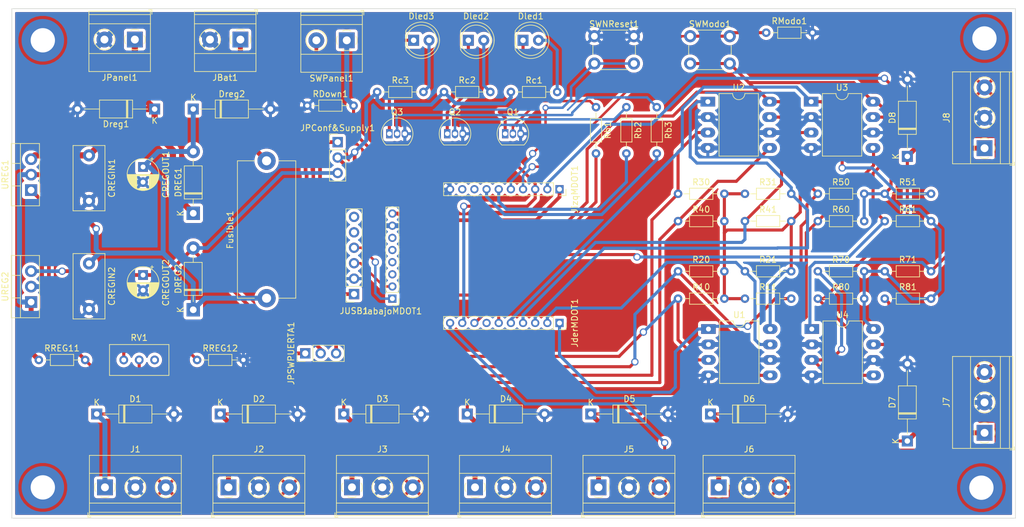
<source format=kicad_pcb>
(kicad_pcb (version 20171130) (host pcbnew "(5.1.10)-1")
  (layers (0 F.Cu signal) (31 B.Cu signal) (34 B.Paste user) (35 F.Paste user) (36 B.SilkS user) (37 F.SilkS user) (38 B.Mask user) (39 F.Mask user) (44 Edge.Cuts user))
  (net 0 "")
  (net 1 +12V)
  (net 2 GND)
  (net 3 Vbat)
  (net 4 VccMDOT)
  (net 5 "Net-(D1-Pad1)")
  (net 6 "Net-(D2-Pad1)")
  (net 7 "Net-(D3-Pad1)")
  (net 8 "Net-(D4-Pad1)")
  (net 9 "Net-(D5-Pad1)")
  (net 10 "Net-(D6-Pad1)")
  (net 11 "Net-(D7-Pad1)")
  (net 12 "Net-(D8-Pad1)")
  (net 13 "Net-(Dled1-Pad2)")
  (net 14 "Net-(Dled1-Pad1)")
  (net 15 "Net-(Dled2-Pad1)")
  (net 16 "Net-(Dled2-Pad2)")
  (net 17 "Net-(Dled3-Pad1)")
  (net 18 "Net-(Dled3-Pad2)")
  (net 19 "Net-(Fusible1-Pad2)")
  (net 20 "Net-(J1-Pad3)")
  (net 21 "Net-(JUSB1-Pad4)")
  (net 22 "Net-(JUSB1-Pad3)")
  (net 23 "Net-(JabajoMDOT1-Pad3)")
  (net 24 "Net-(JabajoMDOT1-Pad4)")
  (net 25 "Net-(JabajoMDOT1-Pad5)")
  (net 26 "Net-(JabajoMDOT1-Pad6)")
  (net 27 3VMdot)
  (net 28 AI1)
  (net 29 AI2)
  (net 30 AI3)
  (net 31 AI4)
  (net 32 AI5)
  (net 33 AI6)
  (net 34 "Net-(JderMDOT1-Pad7)")
  (net 35 DO1)
  (net 36 DIPuerta)
  (net 37 AI8)
  (net 38 "Net-(JizqMDOT1-Pad9)")
  (net 39 "Net-(JizqMDOT1-Pad8)")
  (net 40 DO3)
  (net 41 DO2)
  (net 42 "Net-(JizqMDOT1-Pad5)")
  (net 43 "Net-(JizqMDOT1-Pad4)")
  (net 44 AI7)
  (net 45 5VUSB)
  (net 46 "Net-(JPSWPUERTA1-Pad2)")
  (net 47 "Net-(JUSB1-Pad5)")
  (net 48 "Net-(JUSB1-Pad6)")
  (net 49 "Net-(Q1-Pad2)")
  (net 50 "Net-(Q2-Pad2)")
  (net 51 "Net-(Q3-Pad2)")
  (net 52 "Net-(RREG11-Pad2)")
  (net 53 "Net-(RREG12-Pad1)")
  (module Capacitor_THT:C_Disc_D10.5mm_W5.0mm_P7.50mm (layer F.Cu) (at 101.6 74.93 270)
    (fp_text reference CREGIN1 (at 3.75 -3.75 90) (layer F.SilkS))
    (fp_text value 100n)
    (pad 1 thru_hole circle (at 0 0 270) (size 2 2) (drill 1) (layers *.Cu *.Mask) (net 1 +12V))
    (pad 2 thru_hole circle (at 7.5 0 270) (size 2 2) (drill 1) (layers *.Cu *.Mask) (net 2 GND))
  )
  (module Capacitor_THT:C_Disc_D10.5mm_W5.0mm_P7.50mm (layer F.Cu) (at 101.6 92.71 270)
    (fp_text reference CREGIN2 (at 3.75 -3.75 90) (layer F.SilkS))
    (fp_text value 0.47u)
    (pad 2 thru_hole circle (at 7.5 0 270) (size 2 2) (drill 1) (layers *.Cu *.Mask) (net 2 GND))
    (pad 1 thru_hole circle (at 0 0 270) (size 2 2) (drill 1) (layers *.Cu *.Mask) (net 3 Vbat))
  )
  (module Capacitor_THT:CP_Radial_D5.0mm_P2.50mm (layer F.Cu) (at 110.49 76.835 270)
    (fp_text reference CREGOUT1 (at 1.25 -3.75 90) (layer F.SilkS))
    (fp_text value 1u)
    (pad 1 thru_hole rect (at 0 0 270) (size 1.6 1.6) (drill 0.8) (layers *.Cu *.Mask) (net 3 Vbat))
    (pad 2 thru_hole circle (at 2.5 0 270) (size 1.6 1.6) (drill 0.8) (layers *.Cu *.Mask) (net 2 GND))
  )
  (module Capacitor_THT:CP_Radial_D5.0mm_P2.50mm (layer F.Cu) (at 110.49 94.615 270)
    (fp_text reference CREGOUT2 (at 1.25 -3.75 90) (layer F.SilkS))
    (fp_text value 22u)
    (pad 2 thru_hole circle (at 2.5 0 270) (size 1.6 1.6) (drill 0.8) (layers *.Cu *.Mask) (net 2 GND))
    (pad 1 thru_hole rect (at 0 0 270) (size 1.6 1.6) (drill 0.8) (layers *.Cu *.Mask) (net 4 VccMDOT))
  )
  (module Diode_THT:D_A-405_P12.70mm_Horizontal (layer F.Cu) (at 102.87 117.475)
    (fp_text reference D1 (at 6.35 -2.47) (layer F.SilkS))
    (fp_text value D)
    (fp_text user K (at 0 -1.9) (layer F.SilkS))
    (pad 2 thru_hole oval (at 12.7 0) (size 1.8 1.8) (drill 0.9) (layers *.Cu *.Mask) (net 2 GND))
    (pad 1 thru_hole rect (at 0 0) (size 1.8 1.8) (drill 0.9) (layers *.Cu *.Mask) (net 5 "Net-(D1-Pad1)"))
  )
  (module Diode_THT:D_A-405_P12.70mm_Horizontal (layer F.Cu) (at 123.19 117.475)
    (fp_text reference D2 (at 6.35 -2.47) (layer F.SilkS))
    (fp_text value D)
    (fp_text user K (at 0 -1.9) (layer F.SilkS))
    (pad 1 thru_hole rect (at 0 0) (size 1.8 1.8) (drill 0.9) (layers *.Cu *.Mask) (net 6 "Net-(D2-Pad1)"))
    (pad 2 thru_hole oval (at 12.7 0) (size 1.8 1.8) (drill 0.9) (layers *.Cu *.Mask) (net 2 GND))
  )
  (module Diode_THT:D_A-405_P12.70mm_Horizontal (layer F.Cu) (at 143.51 117.475)
    (fp_text reference D3 (at 6.35 -2.47) (layer F.SilkS))
    (fp_text value D)
    (fp_text user K (at 0 -1.9) (layer F.SilkS))
    (pad 2 thru_hole oval (at 12.7 0) (size 1.8 1.8) (drill 0.9) (layers *.Cu *.Mask) (net 2 GND))
    (pad 1 thru_hole rect (at 0 0) (size 1.8 1.8) (drill 0.9) (layers *.Cu *.Mask) (net 7 "Net-(D3-Pad1)"))
  )
  (module Diode_THT:D_A-405_P12.70mm_Horizontal (layer F.Cu) (at 163.83 117.475)
    (fp_text reference D4 (at 6.35 -2.47) (layer F.SilkS))
    (fp_text value D)
    (fp_text user K (at 0 -1.9) (layer F.SilkS))
    (pad 1 thru_hole rect (at 0 0) (size 1.8 1.8) (drill 0.9) (layers *.Cu *.Mask) (net 8 "Net-(D4-Pad1)"))
    (pad 2 thru_hole oval (at 12.7 0) (size 1.8 1.8) (drill 0.9) (layers *.Cu *.Mask) (net 2 GND))
  )
  (module Diode_THT:D_A-405_P12.70mm_Horizontal (layer F.Cu) (at 184.15 117.475)
    (fp_text reference D5 (at 6.35 -2.47) (layer F.SilkS))
    (fp_text value D)
    (fp_text user K (at 0 -1.9) (layer F.SilkS))
    (pad 1 thru_hole rect (at 0 0) (size 1.8 1.8) (drill 0.9) (layers *.Cu *.Mask) (net 9 "Net-(D5-Pad1)"))
    (pad 2 thru_hole oval (at 12.7 0) (size 1.8 1.8) (drill 0.9) (layers *.Cu *.Mask) (net 2 GND))
  )
  (module Diode_THT:D_A-405_P12.70mm_Horizontal (layer F.Cu) (at 203.835 117.475)
    (fp_text reference D6 (at 6.35 -2.47) (layer F.SilkS))
    (fp_text value D)
    (fp_text user K (at 0 -1.9) (layer F.SilkS))
    (pad 2 thru_hole oval (at 12.7 0) (size 1.8 1.8) (drill 0.9) (layers *.Cu *.Mask) (net 2 GND))
    (pad 1 thru_hole rect (at 0 0) (size 1.8 1.8) (drill 0.9) (layers *.Cu *.Mask) (net 10 "Net-(D6-Pad1)"))
  )
  (module Diode_THT:D_A-405_P12.70mm_Horizontal (layer F.Cu) (at 236.22 121.92 90)
    (fp_text reference D7 (at 6.35 -2.47 90) (layer F.SilkS))
    (fp_text value D)
    (fp_text user K (at 0 -1.9 90) (layer F.SilkS))
    (pad 2 thru_hole oval (at 12.7 0 90) (size 1.8 1.8) (drill 0.9) (layers *.Cu *.Mask) (net 2 GND))
    (pad 1 thru_hole rect (at 0 0 90) (size 1.8 1.8) (drill 0.9) (layers *.Cu *.Mask) (net 11 "Net-(D7-Pad1)"))
  )
  (module Diode_THT:D_A-405_P12.70mm_Horizontal (layer F.Cu) (at 236.22 75.1 90)
    (fp_text reference D8 (at 6.35 -2.47 90) (layer F.SilkS))
    (fp_text value D)
    (fp_text user K (at 0 -1.9 90) (layer F.SilkS))
    (pad 1 thru_hole rect (at 0 0 90) (size 1.8 1.8) (drill 0.9) (layers *.Cu *.Mask) (net 12 "Net-(D8-Pad1)"))
    (pad 2 thru_hole oval (at 12.7 0 90) (size 1.8 1.8) (drill 0.9) (layers *.Cu *.Mask) (net 2 GND))
  )
  (module LED_THT:LED_D5.0mm (layer F.Cu) (at 173 56)
    (fp_text reference Dled1 (at 1.27 -3.96) (layer F.SilkS))
    (fp_text value LED)
    (pad 2 thru_hole circle (at 2.54 0) (size 1.8 1.8) (drill 0.9) (layers *.Cu *.Mask) (net 13 "Net-(Dled1-Pad2)"))
    (pad 1 thru_hole rect (at 0 0) (size 1.8 1.8) (drill 0.9) (layers *.Cu *.Mask) (net 14 "Net-(Dled1-Pad1)"))
  )
  (module LED_THT:LED_D5.0mm (layer F.Cu) (at 164 56)
    (fp_text reference Dled2 (at 1.27 -3.96) (layer F.SilkS))
    (fp_text value LED)
    (pad 1 thru_hole rect (at 0 0) (size 1.8 1.8) (drill 0.9) (layers *.Cu *.Mask) (net 15 "Net-(Dled2-Pad1)"))
    (pad 2 thru_hole circle (at 2.54 0) (size 1.8 1.8) (drill 0.9) (layers *.Cu *.Mask) (net 16 "Net-(Dled2-Pad2)"))
  )
  (module LED_THT:LED_D5.0mm (layer F.Cu) (at 155 56)
    (fp_text reference Dled3 (at 1.27 -3.96) (layer F.SilkS))
    (fp_text value LED)
    (pad 1 thru_hole rect (at 0 0) (size 1.8 1.8) (drill 0.9) (layers *.Cu *.Mask) (net 17 "Net-(Dled3-Pad1)"))
    (pad 2 thru_hole circle (at 2.54 0) (size 1.8 1.8) (drill 0.9) (layers *.Cu *.Mask) (net 18 "Net-(Dled3-Pad2)"))
  )
  (module Diode_THT:D_A-405_P12.70mm_Horizontal (layer F.Cu) (at 112.395 67.31 180)
    (fp_text reference Dreg1 (at 6.35 -2.47) (layer F.SilkS))
    (fp_text value D_Zener)
    (fp_text user K (at 0 -1.9) (layer F.SilkS))
    (pad 2 thru_hole oval (at 12.7 0 180) (size 1.8 1.8) (drill 0.9) (layers *.Cu *.Mask) (net 2 GND))
    (pad 1 thru_hole rect (at 0 0 180) (size 1.8 1.8) (drill 0.9) (layers *.Cu *.Mask) (net 1 +12V))
  )
  (module Diode_THT:D_DO-41_SOD81_P10.16mm_Horizontal (layer F.Cu) (at 118.745 84.455 90)
    (fp_text reference DREG1 (at 5.08 -2.47 90) (layer F.SilkS))
    (fp_text value 1N4007)
    (fp_text user K (at 0 -2.1 90) (layer F.SilkS))
    (pad 1 thru_hole rect (at 0 0 90) (size 2.2 2.2) (drill 1.1) (layers *.Cu *.Mask) (net 1 +12V))
    (pad 2 thru_hole oval (at 10.16 0 90) (size 2.2 2.2) (drill 1.1) (layers *.Cu *.Mask) (net 3 Vbat))
  )
  (module Diode_THT:D_A-405_P12.70mm_Horizontal (layer F.Cu) (at 118.745 67.31)
    (fp_text reference Dreg2 (at 6.35 -2.47) (layer F.SilkS))
    (fp_text value D_Zener)
    (fp_text user K (at 0 -1.9) (layer F.SilkS))
    (pad 1 thru_hole rect (at 0 0) (size 1.8 1.8) (drill 0.9) (layers *.Cu *.Mask) (net 3 Vbat))
    (pad 2 thru_hole oval (at 12.7 0) (size 1.8 1.8) (drill 0.9) (layers *.Cu *.Mask) (net 2 GND))
  )
  (module Diode_THT:D_DO-41_SOD81_P10.16mm_Horizontal (layer F.Cu) (at 118.745 100.33 90)
    (fp_text reference DREG2 (at 5.08 -2.47 90) (layer F.SilkS))
    (fp_text value 1N4007)
    (fp_text user K (at 0 -2.1 90) (layer F.SilkS))
    (pad 2 thru_hole oval (at 10.16 0 90) (size 2.2 2.2) (drill 1.1) (layers *.Cu *.Mask) (net 4 VccMDOT))
    (pad 1 thru_hole rect (at 0 0 90) (size 2.2 2.2) (drill 1.1) (layers *.Cu *.Mask) (net 3 Vbat))
  )
  (module Fuse:Fuseholder_Cylinder-5x20mm_Stelvio-Kontek_PTF78_Horizontal_Open (layer F.Cu) (at 130.81 98.425 90)
    (fp_text reference Fusible1 (at 11.25 -6 90) (layer F.SilkS))
    (fp_text value "1A, 25V")
    (pad 1 thru_hole circle (at 0 0 90) (size 3 3) (drill 1.5) (layers *.Cu *.Mask) (net 3 Vbat))
    (pad 2 thru_hole circle (at 22.6 0 90) (size 3 3) (drill 1.5) (layers *.Cu *.Mask) (net 19 "Net-(Fusible1-Pad2)"))
  )
  (module TerminalBlock_Phoenix:TerminalBlock_Phoenix_MKDS-1,5-3_1x03_P5.00mm_Horizontal (layer F.Cu) (at 104.22 129.54)
    (fp_text reference J1 (at 5 -6.26) (layer F.SilkS))
    (fp_text value Screw_Terminal_01x03)
    (pad 3 thru_hole circle (at 10 0) (size 2.6 2.6) (drill 1.3) (layers *.Cu *.Mask) (net 20 "Net-(J1-Pad3)"))
    (pad 2 thru_hole circle (at 5 0) (size 2.6 2.6) (drill 1.3) (layers *.Cu *.Mask) (net 2 GND))
    (pad 1 thru_hole rect (at 0 0) (size 2.6 2.6) (drill 1.3) (layers *.Cu *.Mask) (net 5 "Net-(D1-Pad1)"))
  )
  (module TerminalBlock_Phoenix:TerminalBlock_Phoenix_MKDS-1,5-3_1x03_P5.00mm_Horizontal (layer F.Cu) (at 124.54 129.54)
    (fp_text reference J2 (at 5 -6.26) (layer F.SilkS))
    (fp_text value Screw_Terminal_01x03)
    (pad 1 thru_hole rect (at 0 0) (size 2.6 2.6) (drill 1.3) (layers *.Cu *.Mask) (net 6 "Net-(D2-Pad1)"))
    (pad 2 thru_hole circle (at 5 0) (size 2.6 2.6) (drill 1.3) (layers *.Cu *.Mask) (net 2 GND))
    (pad 3 thru_hole circle (at 10 0) (size 2.6 2.6) (drill 1.3) (layers *.Cu *.Mask) (net 20 "Net-(J1-Pad3)"))
  )
  (module TerminalBlock_Phoenix:TerminalBlock_Phoenix_MKDS-1,5-3_1x03_P5.00mm_Horizontal (layer F.Cu) (at 144.86 129.54)
    (fp_text reference J3 (at 5 -6.26) (layer F.SilkS))
    (fp_text value Screw_Terminal_01x03)
    (pad 3 thru_hole circle (at 10 0) (size 2.6 2.6) (drill 1.3) (layers *.Cu *.Mask) (net 20 "Net-(J1-Pad3)"))
    (pad 2 thru_hole circle (at 5 0) (size 2.6 2.6) (drill 1.3) (layers *.Cu *.Mask) (net 2 GND))
    (pad 1 thru_hole rect (at 0 0) (size 2.6 2.6) (drill 1.3) (layers *.Cu *.Mask) (net 7 "Net-(D3-Pad1)"))
  )
  (module TerminalBlock_Phoenix:TerminalBlock_Phoenix_MKDS-1,5-3_1x03_P5.00mm_Horizontal (layer F.Cu) (at 165.1 129.54)
    (fp_text reference J4 (at 5 -6.26) (layer F.SilkS))
    (fp_text value Screw_Terminal_01x03)
    (pad 1 thru_hole rect (at 0 0) (size 2.6 2.6) (drill 1.3) (layers *.Cu *.Mask) (net 8 "Net-(D4-Pad1)"))
    (pad 2 thru_hole circle (at 5 0) (size 2.6 2.6) (drill 1.3) (layers *.Cu *.Mask) (net 2 GND))
    (pad 3 thru_hole circle (at 10 0) (size 2.6 2.6) (drill 1.3) (layers *.Cu *.Mask) (net 20 "Net-(J1-Pad3)"))
  )
  (module TerminalBlock_Phoenix:TerminalBlock_Phoenix_MKDS-1,5-3_1x03_P5.00mm_Horizontal (layer F.Cu) (at 185.42 129.54)
    (fp_text reference J5 (at 5 -6.26) (layer F.SilkS))
    (fp_text value Screw_Terminal_01x03)
    (pad 3 thru_hole circle (at 10 0) (size 2.6 2.6) (drill 1.3) (layers *.Cu *.Mask) (net 20 "Net-(J1-Pad3)"))
    (pad 2 thru_hole circle (at 5 0) (size 2.6 2.6) (drill 1.3) (layers *.Cu *.Mask) (net 2 GND))
    (pad 1 thru_hole rect (at 0 0) (size 2.6 2.6) (drill 1.3) (layers *.Cu *.Mask) (net 9 "Net-(D5-Pad1)"))
  )
  (module TerminalBlock_Phoenix:TerminalBlock_Phoenix_MKDS-1,5-3_1x03_P5.00mm_Horizontal (layer F.Cu) (at 205.185 129.54)
    (fp_text reference J6 (at 5 -6.26) (layer F.SilkS))
    (fp_text value Screw_Terminal_01x03)
    (pad 1 thru_hole rect (at 0 0) (size 2.6 2.6) (drill 1.3) (layers *.Cu *.Mask) (net 10 "Net-(D6-Pad1)"))
    (pad 2 thru_hole circle (at 5 0) (size 2.6 2.6) (drill 1.3) (layers *.Cu *.Mask) (net 2 GND))
    (pad 3 thru_hole circle (at 10 0) (size 2.6 2.6) (drill 1.3) (layers *.Cu *.Mask) (net 20 "Net-(J1-Pad3)"))
  )
  (module TerminalBlock_Phoenix:TerminalBlock_Phoenix_MKDS-1,5-3_1x03_P5.00mm_Horizontal (layer F.Cu) (at 248.92 120.57 90)
    (fp_text reference J7 (at 5 -6.26 90) (layer F.SilkS))
    (fp_text value Screw_Terminal_01x03)
    (pad 3 thru_hole circle (at 10 0 90) (size 2.6 2.6) (drill 1.3) (layers *.Cu *.Mask) (net 20 "Net-(J1-Pad3)"))
    (pad 2 thru_hole circle (at 5 0 90) (size 2.6 2.6) (drill 1.3) (layers *.Cu *.Mask) (net 2 GND))
    (pad 1 thru_hole rect (at 0 0 90) (size 2.6 2.6) (drill 1.3) (layers *.Cu *.Mask) (net 11 "Net-(D7-Pad1)"))
  )
  (module TerminalBlock_Phoenix:TerminalBlock_Phoenix_MKDS-1,5-3_1x03_P5.00mm_Horizontal (layer F.Cu) (at 248.92 73.75 90)
    (fp_text reference J8 (at 5 -6.26 90) (layer F.SilkS))
    (fp_text value Screw_Terminal_01x03)
    (pad 1 thru_hole rect (at 0 0 90) (size 2.6 2.6) (drill 1.3) (layers *.Cu *.Mask) (net 12 "Net-(D8-Pad1)"))
    (pad 2 thru_hole circle (at 5 0 90) (size 2.6 2.6) (drill 1.3) (layers *.Cu *.Mask) (net 2 GND))
    (pad 3 thru_hole circle (at 10 0 90) (size 2.6 2.6) (drill 1.3) (layers *.Cu *.Mask) (net 20 "Net-(J1-Pad3)"))
  )
  (module Connector_PinHeader_2.00mm:PinHeader_1x08_P2.00mm_Vertical (layer F.Cu) (at 151.5 98.5 180)
    (fp_text reference JabajoMDOT1 (at 0 -2.06) (layer F.SilkS))
    (fp_text value Conn_01x08_Male)
    (pad 1 thru_hole rect (at 0 0 180) (size 1.35 1.35) (drill 0.8) (layers *.Cu *.Mask) (net 21 "Net-(JUSB1-Pad4)"))
    (pad 2 thru_hole oval (at 0 2 180) (size 1.35 1.35) (drill 0.8) (layers *.Cu *.Mask) (net 22 "Net-(JUSB1-Pad3)"))
    (pad 3 thru_hole oval (at 0 4 180) (size 1.35 1.35) (drill 0.8) (layers *.Cu *.Mask) (net 23 "Net-(JabajoMDOT1-Pad3)"))
    (pad 4 thru_hole oval (at 0 6 180) (size 1.35 1.35) (drill 0.8) (layers *.Cu *.Mask) (net 24 "Net-(JabajoMDOT1-Pad4)"))
    (pad 5 thru_hole oval (at 0 8 180) (size 1.35 1.35) (drill 0.8) (layers *.Cu *.Mask) (net 25 "Net-(JabajoMDOT1-Pad5)"))
    (pad 6 thru_hole oval (at 0 10 180) (size 1.35 1.35) (drill 0.8) (layers *.Cu *.Mask) (net 26 "Net-(JabajoMDOT1-Pad6)"))
    (pad 7 thru_hole oval (at 0 12 180) (size 1.35 1.35) (drill 0.8) (layers *.Cu *.Mask) (net 2 GND))
    (pad 8 thru_hole oval (at 0 14 180) (size 1.35 1.35) (drill 0.8) (layers *.Cu *.Mask) (net 27 3VMdot))
  )
  (module TerminalBlock_Phoenix:TerminalBlock_Phoenix_MKDS-1,5-2_1x02_P5.00mm_Horizontal (layer F.Cu) (at 126.5 55.88 180)
    (fp_text reference JBat1 (at 2.5 -6.26) (layer F.SilkS))
    (fp_text value Screw_Terminal_01x02)
    (pad 2 thru_hole circle (at 5 0 180) (size 2.6 2.6) (drill 1.3) (layers *.Cu *.Mask) (net 2 GND))
    (pad 1 thru_hole rect (at 0 0 180) (size 2.6 2.6) (drill 1.3) (layers *.Cu *.Mask) (net 19 "Net-(Fusible1-Pad2)"))
  )
  (module Connector_PinSocket_2.00mm:PinSocket_1x10_P2.00mm_Vertical (layer F.Cu) (at 179 102.5 270)
    (fp_text reference JderMDOT1 (at 0 -2.5 90) (layer F.SilkS))
    (fp_text value Conn_01x10_Female)
    (pad 1 thru_hole rect (at 0 0 270) (size 1.35 1.35) (drill 0.8) (layers *.Cu *.Mask) (net 28 AI1))
    (pad 2 thru_hole oval (at 0 2 270) (size 1.35 1.35) (drill 0.8) (layers *.Cu *.Mask) (net 29 AI2))
    (pad 3 thru_hole oval (at 0 4 270) (size 1.35 1.35) (drill 0.8) (layers *.Cu *.Mask) (net 30 AI3))
    (pad 4 thru_hole oval (at 0 6 270) (size 1.35 1.35) (drill 0.8) (layers *.Cu *.Mask) (net 31 AI4))
    (pad 5 thru_hole oval (at 0 8 270) (size 1.35 1.35) (drill 0.8) (layers *.Cu *.Mask) (net 32 AI5))
    (pad 6 thru_hole oval (at 0 10 270) (size 1.35 1.35) (drill 0.8) (layers *.Cu *.Mask) (net 33 AI6))
    (pad 7 thru_hole oval (at 0 12 270) (size 1.35 1.35) (drill 0.8) (layers *.Cu *.Mask) (net 34 "Net-(JderMDOT1-Pad7)"))
    (pad 8 thru_hole oval (at 0 14 270) (size 1.35 1.35) (drill 0.8) (layers *.Cu *.Mask) (net 35 DO1))
    (pad 9 thru_hole oval (at 0 16 270) (size 1.35 1.35) (drill 0.8) (layers *.Cu *.Mask) (net 36 DIPuerta))
    (pad 10 thru_hole oval (at 0 18 270) (size 1.35 1.35) (drill 0.8) (layers *.Cu *.Mask) (net 37 AI8))
  )
  (module Connector_PinSocket_2.00mm:PinSocket_1x10_P2.00mm_Vertical (layer F.Cu) (at 179 80.5 270)
    (fp_text reference JizqMDOT1 (at 0 -2.5 90) (layer F.SilkS))
    (fp_text value Conn_01x10_Female)
    (pad 10 thru_hole oval (at 0 18 270) (size 1.35 1.35) (drill 0.8) (layers *.Cu *.Mask) (net 2 GND))
    (pad 9 thru_hole oval (at 0 16 270) (size 1.35 1.35) (drill 0.8) (layers *.Cu *.Mask) (net 38 "Net-(JizqMDOT1-Pad9)"))
    (pad 8 thru_hole oval (at 0 14 270) (size 1.35 1.35) (drill 0.8) (layers *.Cu *.Mask) (net 39 "Net-(JizqMDOT1-Pad8)"))
    (pad 7 thru_hole oval (at 0 12 270) (size 1.35 1.35) (drill 0.8) (layers *.Cu *.Mask) (net 40 DO3))
    (pad 6 thru_hole oval (at 0 10 270) (size 1.35 1.35) (drill 0.8) (layers *.Cu *.Mask) (net 41 DO2))
    (pad 5 thru_hole oval (at 0 8 270) (size 1.35 1.35) (drill 0.8) (layers *.Cu *.Mask) (net 42 "Net-(JizqMDOT1-Pad5)"))
    (pad 4 thru_hole oval (at 0 6 270) (size 1.35 1.35) (drill 0.8) (layers *.Cu *.Mask) (net 43 "Net-(JizqMDOT1-Pad4)"))
    (pad 3 thru_hole oval (at 0 4 270) (size 1.35 1.35) (drill 0.8) (layers *.Cu *.Mask) (net 36 DIPuerta))
    (pad 2 thru_hole oval (at 0 2 270) (size 1.35 1.35) (drill 0.8) (layers *.Cu *.Mask) (net 44 AI7))
    (pad 1 thru_hole rect (at 0 0 270) (size 1.35 1.35) (drill 0.8) (layers *.Cu *.Mask) (net 4 VccMDOT))
  )
  (module TerminalBlock_Phoenix:TerminalBlock_Phoenix_MKDS-1,5-2_1x02_P5.00mm_Horizontal (layer F.Cu) (at 109.14 55.88 180)
    (fp_text reference JPanel1 (at 2.5 -6.26) (layer F.SilkS))
    (fp_text value Screw_Terminal_01x02)
    (pad 1 thru_hole rect (at 0 0 180) (size 2.6 2.6) (drill 1.3) (layers *.Cu *.Mask) (net 1 +12V))
    (pad 2 thru_hole circle (at 5 0 180) (size 2.6 2.6) (drill 1.3) (layers *.Cu *.Mask) (net 2 GND))
  )
  (module Connector_PinHeader_2.54mm:PinHeader_1x03_P2.54mm_Vertical (layer F.Cu) (at 142.5 72.75)
    (fp_text reference JPConf&Supply1 (at 0 -2.33) (layer F.SilkS))
    (fp_text value Jumper_3_Open)
    (pad 3 thru_hole oval (at 0 5.08) (size 1.7 1.7) (drill 1) (layers *.Cu *.Mask) (net 4 VccMDOT))
    (pad 2 thru_hole oval (at 0 2.54) (size 1.7 1.7) (drill 1) (layers *.Cu *.Mask) (net 4 VccMDOT))
    (pad 1 thru_hole rect (at 0 0) (size 1.7 1.7) (drill 1) (layers *.Cu *.Mask) (net 45 5VUSB))
  )
  (module Connector_PinHeader_2.54mm:PinHeader_1x03_P2.54mm_Vertical (layer F.Cu) (at 137.17 107.5 90)
    (fp_text reference JPSWPUERTA1 (at 0 -2.33 90) (layer F.SilkS))
    (fp_text value Jumper_3_Open)
    (pad 1 thru_hole rect (at 0 0 90) (size 1.7 1.7) (drill 1) (layers *.Cu *.Mask) (net 4 VccMDOT))
    (pad 2 thru_hole oval (at 0 2.54 90) (size 1.7 1.7) (drill 1) (layers *.Cu *.Mask) (net 46 "Net-(JPSWPUERTA1-Pad2)"))
    (pad 3 thru_hole oval (at 0 5.08 90) (size 1.7 1.7) (drill 1) (layers *.Cu *.Mask) (net 27 3VMdot))
  )
  (module Connector_PinSocket_2.54mm:PinSocket_1x06_P2.54mm_Vertical (layer F.Cu) (at 145.2 97.75 180)
    (fp_text reference JUSB1 (at 0 -2.77) (layer F.SilkS))
    (fp_text value Conn_01x06_Female)
    (pad 1 thru_hole rect (at 0 0 180) (size 1.7 1.7) (drill 1) (layers *.Cu *.Mask) (net 45 5VUSB))
    (pad 2 thru_hole oval (at 0 2.54 180) (size 1.7 1.7) (drill 1) (layers *.Cu *.Mask) (net 2 GND))
    (pad 3 thru_hole oval (at 0 5.08 180) (size 1.7 1.7) (drill 1) (layers *.Cu *.Mask) (net 22 "Net-(JUSB1-Pad3)"))
    (pad 4 thru_hole oval (at 0 7.62 180) (size 1.7 1.7) (drill 1) (layers *.Cu *.Mask) (net 21 "Net-(JUSB1-Pad4)"))
    (pad 5 thru_hole oval (at 0 10.16 180) (size 1.7 1.7) (drill 1) (layers *.Cu *.Mask) (net 47 "Net-(JUSB1-Pad5)"))
    (pad 6 thru_hole oval (at 0 12.7 180) (size 1.7 1.7) (drill 1) (layers *.Cu *.Mask) (net 48 "Net-(JUSB1-Pad6)"))
  )
  (module Package_TO_SOT_THT:TO-92_Inline (layer F.Cu) (at 170.06 71.37)
    (fp_text reference Q1 (at 1.27 -3.56) (layer F.SilkS))
    (fp_text value BC337)
    (pad 1 thru_hole rect (at 0 0) (size 1.05 1.5) (drill 0.75) (layers *.Cu *.Mask) (net 14 "Net-(Dled1-Pad1)"))
    (pad 3 thru_hole oval (at 2.54 0) (size 1.05 1.5) (drill 0.75) (layers *.Cu *.Mask) (net 2 GND))
    (pad 2 thru_hole oval (at 1.27 0) (size 1.05 1.5) (drill 0.75) (layers *.Cu *.Mask) (net 49 "Net-(Q1-Pad2)"))
  )
  (module Package_TO_SOT_THT:TO-92_Inline (layer F.Cu) (at 160.535 71.37)
    (fp_text reference Q2 (at 1.27 -3.56) (layer F.SilkS))
    (fp_text value BC337)
    (pad 2 thru_hole oval (at 1.27 0) (size 1.05 1.5) (drill 0.75) (layers *.Cu *.Mask) (net 50 "Net-(Q2-Pad2)"))
    (pad 3 thru_hole oval (at 2.54 0) (size 1.05 1.5) (drill 0.75) (layers *.Cu *.Mask) (net 2 GND))
    (pad 1 thru_hole rect (at 0 0) (size 1.05 1.5) (drill 0.75) (layers *.Cu *.Mask) (net 15 "Net-(Dled2-Pad1)"))
  )
  (module Package_TO_SOT_THT:TO-92_Inline (layer F.Cu) (at 151.01 71.37)
    (fp_text reference Q3 (at 1.27 -3.56) (layer F.SilkS))
    (fp_text value BC337)
    (pad 2 thru_hole oval (at 1.27 0) (size 1.05 1.5) (drill 0.75) (layers *.Cu *.Mask) (net 51 "Net-(Q3-Pad2)"))
    (pad 3 thru_hole oval (at 2.54 0) (size 1.05 1.5) (drill 0.75) (layers *.Cu *.Mask) (net 2 GND))
    (pad 1 thru_hole rect (at 0 0) (size 1.05 1.5) (drill 0.75) (layers *.Cu *.Mask) (net 17 "Net-(Dled3-Pad1)"))
  )
  (module Resistor_THT:R_Axial_DIN0204_L3.6mm_D1.6mm_P7.62mm_Horizontal (layer F.Cu) (at 198.5 98.5)
    (fp_text reference R10 (at 3.81 -1.92) (layer F.SilkS))
    (fp_text value 1M)
    (pad 1 thru_hole circle (at 0 0) (size 1.4 1.4) (drill 0.7) (layers *.Cu *.Mask) (net 5 "Net-(D1-Pad1)"))
    (pad 2 thru_hole oval (at 7.62 0) (size 1.4 1.4) (drill 0.7) (layers *.Cu *.Mask) (net 27 3VMdot))
  )
  (module Resistor_THT:R_Axial_DIN0204_L3.6mm_D1.6mm_P7.62mm_Horizontal (layer F.Cu) (at 209.5 98.5)
    (fp_text reference R11 (at 3.81 -1.92) (layer F.SilkS))
    (fp_text value 200k)
    (pad 2 thru_hole oval (at 7.62 0) (size 1.4 1.4) (drill 0.7) (layers *.Cu *.Mask) (net 28 AI1))
    (pad 1 thru_hole circle (at 0 0) (size 1.4 1.4) (drill 0.7) (layers *.Cu *.Mask) (net 27 3VMdot))
  )
  (module Resistor_THT:R_Axial_DIN0204_L3.6mm_D1.6mm_P7.62mm_Horizontal (layer F.Cu) (at 198.5 94)
    (fp_text reference R20 (at 3.81 -1.92) (layer F.SilkS))
    (fp_text value 1M)
    (pad 1 thru_hole circle (at 0 0) (size 1.4 1.4) (drill 0.7) (layers *.Cu *.Mask) (net 6 "Net-(D2-Pad1)"))
    (pad 2 thru_hole oval (at 7.62 0) (size 1.4 1.4) (drill 0.7) (layers *.Cu *.Mask) (net 27 3VMdot))
  )
  (module Resistor_THT:R_Axial_DIN0204_L3.6mm_D1.6mm_P7.62mm_Horizontal (layer F.Cu) (at 209.5 94)
    (fp_text reference R21 (at 3.81 -1.92) (layer F.SilkS))
    (fp_text value 200k)
    (pad 1 thru_hole circle (at 0 0) (size 1.4 1.4) (drill 0.7) (layers *.Cu *.Mask) (net 29 AI2))
    (pad 2 thru_hole oval (at 7.62 0) (size 1.4 1.4) (drill 0.7) (layers *.Cu *.Mask) (net 27 3VMdot))
  )
  (module Resistor_THT:R_Axial_DIN0204_L3.6mm_D1.6mm_P7.62mm_Horizontal (layer F.Cu) (at 198.5 81.25)
    (fp_text reference R30 (at 3.81 -1.92) (layer F.SilkS))
    (fp_text value 1M)
    (pad 2 thru_hole oval (at 7.62 0) (size 1.4 1.4) (drill 0.7) (layers *.Cu *.Mask) (net 27 3VMdot))
    (pad 1 thru_hole circle (at 0 0) (size 1.4 1.4) (drill 0.7) (layers *.Cu *.Mask) (net 7 "Net-(D3-Pad1)"))
  )
  (module Resistor_THT:R_Axial_DIN0204_L3.6mm_D1.6mm_P7.62mm_Horizontal (layer F.Cu) (at 209.5 81.25)
    (fp_text reference R31 (at 3.81 -1.92) (layer F.SilkS))
    (fp_text value 200k)
    (pad 2 thru_hole oval (at 7.62 0) (size 1.4 1.4) (drill 0.7) (layers *.Cu *.Mask) (net 30 AI3))
    (pad 1 thru_hole circle (at 0 0) (size 1.4 1.4) (drill 0.7) (layers *.Cu *.Mask) (net 27 3VMdot))
  )
  (module Resistor_THT:R_Axial_DIN0204_L3.6mm_D1.6mm_P7.62mm_Horizontal (layer F.Cu) (at 198.5 85.75)
    (fp_text reference R40 (at 3.81 -1.92) (layer F.SilkS))
    (fp_text value 1M)
    (pad 1 thru_hole circle (at 0 0) (size 1.4 1.4) (drill 0.7) (layers *.Cu *.Mask) (net 8 "Net-(D4-Pad1)"))
    (pad 2 thru_hole oval (at 7.62 0) (size 1.4 1.4) (drill 0.7) (layers *.Cu *.Mask) (net 27 3VMdot))
  )
  (module Resistor_THT:R_Axial_DIN0204_L3.6mm_D1.6mm_P7.62mm_Horizontal (layer F.Cu) (at 209.5 85.75)
    (fp_text reference R41 (at 3.81 -1.92) (layer F.SilkS))
    (fp_text value 200k)
    (pad 2 thru_hole oval (at 7.62 0) (size 1.4 1.4) (drill 0.7) (layers *.Cu *.Mask) (net 27 3VMdot))
    (pad 1 thru_hole circle (at 0 0) (size 1.4 1.4) (drill 0.7) (layers *.Cu *.Mask) (net 31 AI4))
  )
  (module Resistor_THT:R_Axial_DIN0204_L3.6mm_D1.6mm_P7.62mm_Horizontal (layer F.Cu) (at 221.5 81.25)
    (fp_text reference R50 (at 3.81 -1.92) (layer F.SilkS))
    (fp_text value 1M)
    (pad 1 thru_hole circle (at 0 0) (size 1.4 1.4) (drill 0.7) (layers *.Cu *.Mask) (net 9 "Net-(D5-Pad1)"))
    (pad 2 thru_hole oval (at 7.62 0) (size 1.4 1.4) (drill 0.7) (layers *.Cu *.Mask) (net 27 3VMdot))
  )
  (module Resistor_THT:R_Axial_DIN0204_L3.6mm_D1.6mm_P7.62mm_Horizontal (layer F.Cu) (at 232.5 81.25)
    (fp_text reference R51 (at 3.81 -1.92) (layer F.SilkS))
    (fp_text value 200k)
    (pad 2 thru_hole oval (at 7.62 0) (size 1.4 1.4) (drill 0.7) (layers *.Cu *.Mask) (net 32 AI5))
    (pad 1 thru_hole circle (at 0 0) (size 1.4 1.4) (drill 0.7) (layers *.Cu *.Mask) (net 27 3VMdot))
  )
  (module Resistor_THT:R_Axial_DIN0204_L3.6mm_D1.6mm_P7.62mm_Horizontal (layer F.Cu) (at 221.5 85.75)
    (fp_text reference R60 (at 3.81 -1.92) (layer F.SilkS))
    (fp_text value 1M)
    (pad 1 thru_hole circle (at 0 0) (size 1.4 1.4) (drill 0.7) (layers *.Cu *.Mask) (net 10 "Net-(D6-Pad1)"))
    (pad 2 thru_hole oval (at 7.62 0) (size 1.4 1.4) (drill 0.7) (layers *.Cu *.Mask) (net 27 3VMdot))
  )
  (module Resistor_THT:R_Axial_DIN0204_L3.6mm_D1.6mm_P7.62mm_Horizontal (layer F.Cu) (at 232.5 85.75)
    (fp_text reference R61 (at 3.81 -1.92) (layer F.SilkS))
    (fp_text value 200k)
    (pad 2 thru_hole oval (at 7.62 0) (size 1.4 1.4) (drill 0.7) (layers *.Cu *.Mask) (net 27 3VMdot))
    (pad 1 thru_hole circle (at 0 0) (size 1.4 1.4) (drill 0.7) (layers *.Cu *.Mask) (net 33 AI6))
  )
  (module Resistor_THT:R_Axial_DIN0204_L3.6mm_D1.6mm_P7.62mm_Horizontal (layer F.Cu) (at 221.5 94)
    (fp_text reference R70 (at 3.81 -1.92) (layer F.SilkS))
    (fp_text value 1M)
    (pad 1 thru_hole circle (at 0 0) (size 1.4 1.4) (drill 0.7) (layers *.Cu *.Mask) (net 11 "Net-(D7-Pad1)"))
    (pad 2 thru_hole oval (at 7.62 0) (size 1.4 1.4) (drill 0.7) (layers *.Cu *.Mask) (net 27 3VMdot))
  )
  (module Resistor_THT:R_Axial_DIN0204_L3.6mm_D1.6mm_P7.62mm_Horizontal (layer F.Cu) (at 232.5 94)
    (fp_text reference R71 (at 3.81 -1.92) (layer F.SilkS))
    (fp_text value 200k)
    (pad 2 thru_hole oval (at 7.62 0) (size 1.4 1.4) (drill 0.7) (layers *.Cu *.Mask) (net 44 AI7))
    (pad 1 thru_hole circle (at 0 0) (size 1.4 1.4) (drill 0.7) (layers *.Cu *.Mask) (net 27 3VMdot))
  )
  (module Resistor_THT:R_Axial_DIN0204_L3.6mm_D1.6mm_P7.62mm_Horizontal (layer F.Cu) (at 221.5 98.5)
    (fp_text reference R80 (at 3.81 -1.92) (layer F.SilkS))
    (fp_text value 1M)
    (pad 1 thru_hole circle (at 0 0) (size 1.4 1.4) (drill 0.7) (layers *.Cu *.Mask) (net 12 "Net-(D8-Pad1)"))
    (pad 2 thru_hole oval (at 7.62 0) (size 1.4 1.4) (drill 0.7) (layers *.Cu *.Mask) (net 27 3VMdot))
  )
  (module Resistor_THT:R_Axial_DIN0204_L3.6mm_D1.6mm_P7.62mm_Horizontal (layer F.Cu) (at 232.5 98.5)
    (fp_text reference R81 (at 3.81 -1.92) (layer F.SilkS))
    (fp_text value 200k)
    (pad 2 thru_hole oval (at 7.62 0) (size 1.4 1.4) (drill 0.7) (layers *.Cu *.Mask) (net 27 3VMdot))
    (pad 1 thru_hole circle (at 0 0) (size 1.4 1.4) (drill 0.7) (layers *.Cu *.Mask) (net 37 AI8))
  )
  (module Resistor_THT:R_Axial_DIN0204_L3.6mm_D1.6mm_P7.62mm_Horizontal (layer F.Cu) (at 185 67 270)
    (fp_text reference Rb1 (at 3.81 -1.92 90) (layer F.SilkS))
    (fp_text value 56k)
    (pad 2 thru_hole oval (at 7.62 0 270) (size 1.4 1.4) (drill 0.7) (layers *.Cu *.Mask) (net 35 DO1))
    (pad 1 thru_hole circle (at 0 0 270) (size 1.4 1.4) (drill 0.7) (layers *.Cu *.Mask) (net 49 "Net-(Q1-Pad2)"))
  )
  (module Resistor_THT:R_Axial_DIN0204_L3.6mm_D1.6mm_P7.62mm_Horizontal (layer F.Cu) (at 190 67 270)
    (fp_text reference Rb2 (at 3.81 -1.92 90) (layer F.SilkS))
    (fp_text value 56k)
    (pad 2 thru_hole oval (at 7.62 0 270) (size 1.4 1.4) (drill 0.7) (layers *.Cu *.Mask) (net 41 DO2))
    (pad 1 thru_hole circle (at 0 0 270) (size 1.4 1.4) (drill 0.7) (layers *.Cu *.Mask) (net 50 "Net-(Q2-Pad2)"))
  )
  (module Resistor_THT:R_Axial_DIN0204_L3.6mm_D1.6mm_P7.62mm_Horizontal (layer F.Cu) (at 195 67 270)
    (fp_text reference Rb3 (at 3.81 -1.92 90) (layer F.SilkS))
    (fp_text value 56k)
    (pad 2 thru_hole oval (at 7.62 0 270) (size 1.4 1.4) (drill 0.7) (layers *.Cu *.Mask) (net 40 DO3))
    (pad 1 thru_hole circle (at 0 0 270) (size 1.4 1.4) (drill 0.7) (layers *.Cu *.Mask) (net 51 "Net-(Q3-Pad2)"))
  )
  (module Resistor_THT:R_Axial_DIN0204_L3.6mm_D1.6mm_P7.62mm_Horizontal (layer F.Cu) (at 171 64.5)
    (fp_text reference Rc1 (at 3.81 -1.92) (layer F.SilkS))
    (fp_text value 200)
    (pad 1 thru_hole circle (at 0 0) (size 1.4 1.4) (drill 0.7) (layers *.Cu *.Mask) (net 4 VccMDOT))
    (pad 2 thru_hole oval (at 7.62 0) (size 1.4 1.4) (drill 0.7) (layers *.Cu *.Mask) (net 13 "Net-(Dled1-Pad2)"))
  )
  (module Resistor_THT:R_Axial_DIN0204_L3.6mm_D1.6mm_P7.62mm_Horizontal (layer F.Cu) (at 160 64.5)
    (fp_text reference Rc2 (at 3.81 -1.92) (layer F.SilkS))
    (fp_text value 200)
    (pad 1 thru_hole circle (at 0 0) (size 1.4 1.4) (drill 0.7) (layers *.Cu *.Mask) (net 4 VccMDOT))
    (pad 2 thru_hole oval (at 7.62 0) (size 1.4 1.4) (drill 0.7) (layers *.Cu *.Mask) (net 16 "Net-(Dled2-Pad2)"))
  )
  (module Resistor_THT:R_Axial_DIN0204_L3.6mm_D1.6mm_P7.62mm_Horizontal (layer F.Cu) (at 149 64.5)
    (fp_text reference Rc3 (at 3.81 -1.92) (layer F.SilkS))
    (fp_text value 200)
    (pad 2 thru_hole oval (at 7.62 0) (size 1.4 1.4) (drill 0.7) (layers *.Cu *.Mask) (net 18 "Net-(Dled3-Pad2)"))
    (pad 1 thru_hole circle (at 0 0) (size 1.4 1.4) (drill 0.7) (layers *.Cu *.Mask) (net 4 VccMDOT))
  )
  (module Resistor_THT:R_Axial_DIN0204_L3.6mm_D1.6mm_P7.62mm_Horizontal (layer F.Cu) (at 137.5 66.75)
    (fp_text reference RDown1 (at 3.81 -1.92) (layer F.SilkS))
    (fp_text value 10k)
    (pad 2 thru_hole oval (at 7.62 0) (size 1.4 1.4) (drill 0.7) (layers *.Cu *.Mask) (net 36 DIPuerta))
    (pad 1 thru_hole circle (at 0 0) (size 1.4 1.4) (drill 0.7) (layers *.Cu *.Mask) (net 2 GND))
  )
  (module Resistor_THT:R_Axial_DIN0204_L3.6mm_D1.6mm_P7.62mm_Horizontal (layer F.Cu) (at 213 54.75)
    (fp_text reference RModo1 (at 3.81 -1.92) (layer F.SilkS))
    (fp_text value 1k)
    (pad 1 thru_hole circle (at 0 0) (size 1.4 1.4) (drill 0.7) (layers *.Cu *.Mask) (net 43 "Net-(JizqMDOT1-Pad4)"))
    (pad 2 thru_hole oval (at 7.62 0) (size 1.4 1.4) (drill 0.7) (layers *.Cu *.Mask) (net 2 GND))
  )
  (module Resistor_THT:R_Axial_DIN0204_L3.6mm_D1.6mm_P7.62mm_Horizontal (layer F.Cu) (at 93.345 108.585)
    (fp_text reference RREG11 (at 3.81 -1.92) (layer F.SilkS))
    (fp_text value 240)
    (pad 1 thru_hole circle (at 0 0) (size 1.4 1.4) (drill 0.7) (layers *.Cu *.Mask) (net 3 Vbat))
    (pad 2 thru_hole oval (at 7.62 0) (size 1.4 1.4) (drill 0.7) (layers *.Cu *.Mask) (net 52 "Net-(RREG11-Pad2)"))
  )
  (module Resistor_THT:R_Axial_DIN0204_L3.6mm_D1.6mm_P7.62mm_Horizontal (layer F.Cu) (at 119.38 108.585)
    (fp_text reference RREG12 (at 3.81 -1.92) (layer F.SilkS))
    (fp_text value 1k)
    (pad 1 thru_hole circle (at 0 0) (size 1.4 1.4) (drill 0.7) (layers *.Cu *.Mask) (net 53 "Net-(RREG12-Pad1)"))
    (pad 2 thru_hole oval (at 7.62 0) (size 1.4 1.4) (drill 0.7) (layers *.Cu *.Mask) (net 2 GND))
  )
  (module Potentiometer_THT:Potentiometer_Bourns_3296W_Vertical (layer F.Cu) (at 112.395 108.585)
    (fp_text reference RV1 (at -2.54 -3.66) (layer F.SilkS))
    (fp_text value 5k)
    (pad 1 thru_hole circle (at 0 0) (size 1.44 1.44) (drill 0.8) (layers *.Cu *.Mask) (net 52 "Net-(RREG11-Pad2)"))
    (pad 2 thru_hole circle (at -2.54 0) (size 1.44 1.44) (drill 0.8) (layers *.Cu *.Mask) (net 52 "Net-(RREG11-Pad2)"))
    (pad 3 thru_hole circle (at -5.08 0) (size 1.44 1.44) (drill 0.8) (layers *.Cu *.Mask) (net 53 "Net-(RREG12-Pad1)"))
  )
  (module Button_Switch_THT:SW_PUSH_6mm_H4.3mm (layer F.Cu) (at 200.5 55.325)
    (fp_text reference SWModo1 (at 3.25 -2) (layer F.SilkS))
    (fp_text value SW_Push_Open_Dual)
    (pad 1 thru_hole circle (at 6.5 0 90) (size 2 2) (drill 1.1) (layers *.Cu *.Mask) (net 43 "Net-(JizqMDOT1-Pad4)"))
    (pad 2 thru_hole circle (at 6.5 4.5 90) (size 2 2) (drill 1.1) (layers *.Cu *.Mask) (net 27 3VMdot))
    (pad 1 thru_hole circle (at 0 0 90) (size 2 2) (drill 1.1) (layers *.Cu *.Mask) (net 43 "Net-(JizqMDOT1-Pad4)"))
    (pad 2 thru_hole circle (at 0 4.5 90) (size 2 2) (drill 1.1) (layers *.Cu *.Mask) (net 27 3VMdot))
  )
  (module Button_Switch_THT:SW_PUSH_6mm_H4.3mm (layer F.Cu) (at 184.735 55.325)
    (fp_text reference SWNReset1 (at 3.25 -2) (layer F.SilkS))
    (fp_text value SW_Push_Open_Dual)
    (pad 2 thru_hole circle (at 0 4.5 90) (size 2 2) (drill 1.1) (layers *.Cu *.Mask) (net 42 "Net-(JizqMDOT1-Pad5)"))
    (pad 1 thru_hole circle (at 0 0 90) (size 2 2) (drill 1.1) (layers *.Cu *.Mask) (net 2 GND))
    (pad 2 thru_hole circle (at 6.5 4.5 90) (size 2 2) (drill 1.1) (layers *.Cu *.Mask) (net 42 "Net-(JizqMDOT1-Pad5)"))
    (pad 1 thru_hole circle (at 6.5 0 90) (size 2 2) (drill 1.1) (layers *.Cu *.Mask) (net 2 GND))
  )
  (module TerminalBlock_Phoenix:TerminalBlock_Phoenix_MKDS-1,5-2_1x02_P5.00mm_Horizontal (layer F.Cu) (at 144 56 180)
    (fp_text reference SWPanel1 (at 2.5 -6.26) (layer F.SilkS))
    (fp_text value SW_Push_Open_Dual)
    (pad 1 thru_hole rect (at 0 0 180) (size 2.6 2.6) (drill 1.3) (layers *.Cu *.Mask) (net 36 DIPuerta))
    (pad 2 thru_hole circle (at 5 0 180) (size 2.6 2.6) (drill 1.3) (layers *.Cu *.Mask) (net 46 "Net-(JPSWPUERTA1-Pad2)"))
  )
  (module Package_DIP:DIP-8_W10.16mm_LongPads (layer F.Cu) (at 203.5 103.5)
    (fp_text reference U1 (at 5.08 -2.33) (layer F.SilkS))
    (fp_text value TS3V393_V1)
    (pad 8 thru_hole oval (at 10.16 0) (size 2.4 1.6) (drill 0.8) (layers *.Cu *.Mask) (net 27 3VMdot))
    (pad 4 thru_hole oval (at 0 7.62) (size 2.4 1.6) (drill 0.8) (layers *.Cu *.Mask) (net 2 GND))
    (pad 7 thru_hole oval (at 10.16 2.54) (size 2.4 1.6) (drill 0.8) (layers *.Cu *.Mask) (net 29 AI2))
    (pad 3 thru_hole oval (at 0 5.08) (size 2.4 1.6) (drill 0.8) (layers *.Cu *.Mask) (net 5 "Net-(D1-Pad1)"))
    (pad 6 thru_hole oval (at 10.16 5.08) (size 2.4 1.6) (drill 0.8) (layers *.Cu *.Mask) (net 2 GND))
    (pad 2 thru_hole oval (at 0 2.54) (size 2.4 1.6) (drill 0.8) (layers *.Cu *.Mask) (net 2 GND))
    (pad 5 thru_hole oval (at 10.16 7.62) (size 2.4 1.6) (drill 0.8) (layers *.Cu *.Mask) (net 6 "Net-(D2-Pad1)"))
    (pad 1 thru_hole rect (at 0 0) (size 2.4 1.6) (drill 0.8) (layers *.Cu *.Mask) (net 28 AI1))
  )
  (module Package_DIP:DIP-8_W10.16mm_LongPads (layer F.Cu) (at 203.4 66.1)
    (fp_text reference U2 (at 5.08 -2.33) (layer F.SilkS))
    (fp_text value TS3V393_V1)
    (pad 8 thru_hole oval (at 10.16 0) (size 2.4 1.6) (drill 0.8) (layers *.Cu *.Mask) (net 27 3VMdot))
    (pad 4 thru_hole oval (at 0 7.62) (size 2.4 1.6) (drill 0.8) (layers *.Cu *.Mask) (net 2 GND))
    (pad 7 thru_hole oval (at 10.16 2.54) (size 2.4 1.6) (drill 0.8) (layers *.Cu *.Mask) (net 31 AI4))
    (pad 3 thru_hole oval (at 0 5.08) (size 2.4 1.6) (drill 0.8) (layers *.Cu *.Mask) (net 7 "Net-(D3-Pad1)"))
    (pad 6 thru_hole oval (at 10.16 5.08) (size 2.4 1.6) (drill 0.8) (layers *.Cu *.Mask) (net 2 GND))
    (pad 2 thru_hole oval (at 0 2.54) (size 2.4 1.6) (drill 0.8) (layers *.Cu *.Mask) (net 2 GND))
    (pad 5 thru_hole oval (at 10.16 7.62) (size 2.4 1.6) (drill 0.8) (layers *.Cu *.Mask) (net 8 "Net-(D4-Pad1)"))
    (pad 1 thru_hole rect (at 0 0) (size 2.4 1.6) (drill 0.8) (layers *.Cu *.Mask) (net 30 AI3))
  )
  (module Package_DIP:DIP-8_W10.16mm_LongPads (layer F.Cu) (at 220.4 66.1)
    (fp_text reference U3 (at 5.08 -2.33) (layer F.SilkS))
    (fp_text value TS3V393_V1)
    (pad 1 thru_hole rect (at 0 0) (size 2.4 1.6) (drill 0.8) (layers *.Cu *.Mask) (net 32 AI5))
    (pad 5 thru_hole oval (at 10.16 7.62) (size 2.4 1.6) (drill 0.8) (layers *.Cu *.Mask) (net 10 "Net-(D6-Pad1)"))
    (pad 2 thru_hole oval (at 0 2.54) (size 2.4 1.6) (drill 0.8) (layers *.Cu *.Mask) (net 2 GND))
    (pad 6 thru_hole oval (at 10.16 5.08) (size 2.4 1.6) (drill 0.8) (layers *.Cu *.Mask) (net 2 GND))
    (pad 3 thru_hole oval (at 0 5.08) (size 2.4 1.6) (drill 0.8) (layers *.Cu *.Mask) (net 9 "Net-(D5-Pad1)"))
    (pad 7 thru_hole oval (at 10.16 2.54) (size 2.4 1.6) (drill 0.8) (layers *.Cu *.Mask) (net 33 AI6))
    (pad 4 thru_hole oval (at 0 7.62) (size 2.4 1.6) (drill 0.8) (layers *.Cu *.Mask) (net 2 GND))
    (pad 8 thru_hole oval (at 10.16 0) (size 2.4 1.6) (drill 0.8) (layers *.Cu *.Mask) (net 27 3VMdot))
  )
  (module Package_DIP:DIP-8_W10.16mm_LongPads (layer F.Cu) (at 220.5 103.5)
    (fp_text reference U4 (at 5.08 -2.33) (layer F.SilkS))
    (fp_text value TS3V393_V1)
    (pad 1 thru_hole rect (at 0 0) (size 2.4 1.6) (drill 0.8) (layers *.Cu *.Mask) (net 44 AI7))
    (pad 5 thru_hole oval (at 10.16 7.62) (size 2.4 1.6) (drill 0.8) (layers *.Cu *.Mask) (net 12 "Net-(D8-Pad1)"))
    (pad 2 thru_hole oval (at 0 2.54) (size 2.4 1.6) (drill 0.8) (layers *.Cu *.Mask) (net 2 GND))
    (pad 6 thru_hole oval (at 10.16 5.08) (size 2.4 1.6) (drill 0.8) (layers *.Cu *.Mask) (net 2 GND))
    (pad 3 thru_hole oval (at 0 5.08) (size 2.4 1.6) (drill 0.8) (layers *.Cu *.Mask) (net 11 "Net-(D7-Pad1)"))
    (pad 7 thru_hole oval (at 10.16 2.54) (size 2.4 1.6) (drill 0.8) (layers *.Cu *.Mask) (net 37 AI8))
    (pad 4 thru_hole oval (at 0 7.62) (size 2.4 1.6) (drill 0.8) (layers *.Cu *.Mask) (net 2 GND))
    (pad 8 thru_hole oval (at 10.16 0) (size 2.4 1.6) (drill 0.8) (layers *.Cu *.Mask) (net 27 3VMdot))
  )
  (module Package_TO_SOT_THT:TO-220-3_Vertical (layer F.Cu) (at 92.075 80.645 90)
    (fp_text reference UREG1 (at 2.54 -4.27 90) (layer F.SilkS))
    (fp_text value LM317_TO-252)
    (pad 1 thru_hole rect (at 0 0 90) (size 1.905 2) (drill 1.1) (layers *.Cu *.Mask) (net 52 "Net-(RREG11-Pad2)"))
    (pad 2 thru_hole oval (at 2.54 0 90) (size 1.905 2) (drill 1.1) (layers *.Cu *.Mask) (net 3 Vbat))
    (pad 3 thru_hole oval (at 5.08 0 90) (size 1.905 2) (drill 1.1) (layers *.Cu *.Mask) (net 1 +12V))
  )
  (module Package_TO_SOT_THT:TO-220-3_Vertical (layer F.Cu) (at 92.075 99.06 90)
    (fp_text reference UREG2 (at 2.54 -4.27 90) (layer F.SilkS))
    (fp_text value LM2931-5.0_TO220)
    (pad 3 thru_hole oval (at 5.08 0 90) (size 1.905 2) (drill 1.1) (layers *.Cu *.Mask) (net 4 VccMDOT))
    (pad 2 thru_hole oval (at 2.54 0 90) (size 1.905 2) (drill 1.1) (layers *.Cu *.Mask) (net 2 GND))
    (pad 1 thru_hole rect (at 0 0 90) (size 1.905 2) (drill 1.1) (layers *.Cu *.Mask) (net 3 Vbat))
  )
  (gr_line (start 254 50.8) (end 254 134.62) (layer Edge.Cuts) (width 0.1))
  (gr_line (start 88.9 50.8) (end 254 50.8) (layer Edge.Cuts) (width 0.1))
  (gr_line (start 88.9 134.62) (end 88.9 50.8) (layer Edge.Cuts) (width 0.1))
  (gr_line (start 254 134.62) (end 88.9 134.62) (layer Edge.Cuts) (width 0.1))
  (segment (start 109.14 64.055) (end 112.395 67.31) (width 1.016) (layer F.Cu) (net 1))
  (segment (start 109.14 55.88) (end 109.14 64.055) (width 1.016) (layer F.Cu) (net 1))
  (segment (start 109.22 67.31) (end 101.6 74.93) (width 1.016) (layer F.Cu) (net 1))
  (segment (start 112.395 67.31) (end 109.22 67.31) (width 1.016) (layer F.Cu) (net 1))
  (segment (start 92.71 74.93) (end 92.075 75.565) (width 1.016) (layer F.Cu) (net 1))
  (segment (start 101.6 74.93) (end 92.71 74.93) (width 1.016) (layer F.Cu) (net 1))
  (segment (start 112.395 71.076682) (end 115.4 74.081682) (width 1.016) (layer F.Cu) (net 1))
  (segment (start 112.395 67.31) (end 112.395 71.076682) (width 1.016) (layer F.Cu) (net 1))
  (segment (start 115.4 81.11) (end 118.745 84.455) (width 1.016) (layer F.Cu) (net 1))
  (segment (start 115.4 74.081682) (end 115.4 81.11) (width 1.016) (layer F.Cu) (net 1))
  (segment (start 104.14 55.88) (end 99.7 60.32) (width 1.016) (layer B.Cu) (net 2))
  (segment (start 99.7 67.305) (end 99.695 67.31) (width 1.016) (layer B.Cu) (net 2))
  (segment (start 99.7 60.32) (end 99.7 67.305) (width 1.016) (layer B.Cu) (net 2))
  (segment (start 106.456001 53.563999) (end 118.863999 53.563999) (width 1.016) (layer B.Cu) (net 2))
  (segment (start 104.14 55.88) (end 106.456001 53.563999) (width 1.016) (layer B.Cu) (net 2))
  (segment (start 121.18 55.88) (end 121.5 55.88) (width 1.016) (layer B.Cu) (net 2))
  (segment (start 118.863999 53.563999) (end 121.18 55.88) (width 1.016) (layer B.Cu) (net 2))
  (segment (start 131.445 65.825) (end 131.445 67.31) (width 1.016) (layer B.Cu) (net 2))
  (segment (start 121.5 55.88) (end 131.445 65.825) (width 1.016) (layer B.Cu) (net 2))
  (segment (start 98.795001 68.209999) (end 98.795001 79.625001) (width 0.813) (layer B.Cu) (net 2))
  (segment (start 98.795001 79.625001) (end 101.6 82.43) (width 0.813) (layer B.Cu) (net 2))
  (segment (start 99.695 67.31) (end 98.795001 68.209999) (width 0.813) (layer B.Cu) (net 2))
  (segment (start 99.685499 98.295499) (end 101.6 100.21) (width 0.813) (layer B.Cu) (net 2))
  (segment (start 99.685499 84.344501) (end 99.685499 98.295499) (width 0.813) (layer B.Cu) (net 2))
  (segment (start 101.6 82.43) (end 99.685499 84.344501) (width 0.813) (layer B.Cu) (net 2))
  (segment (start 97.91 96.52) (end 92.075 96.52) (width 0.813) (layer B.Cu) (net 2))
  (segment (start 101.6 100.21) (end 97.91 96.52) (width 0.813) (layer B.Cu) (net 2))
  (segment (start 103.734501 102.344501) (end 113.944501 102.344501) (width 0.813) (layer B.Cu) (net 2))
  (segment (start 101.6 100.21) (end 103.734501 102.344501) (width 0.813) (layer B.Cu) (net 2))
  (segment (start 113.944501 102.344501) (end 116.2 104.6) (width 0.813) (layer B.Cu) (net 2))
  (segment (start 123.015 104.6) (end 127 108.585) (width 0.813) (layer B.Cu) (net 2))
  (segment (start 110.49 98.89) (end 113.944501 102.344501) (width 0.813) (layer B.Cu) (net 2))
  (segment (start 110.49 97.115) (end 110.49 98.89) (width 0.813) (layer B.Cu) (net 2))
  (segment (start 104.695 79.335) (end 101.6 82.43) (width 0.813) (layer B.Cu) (net 2))
  (segment (start 110.49 79.335) (end 104.695 79.335) (width 0.813) (layer B.Cu) (net 2))
  (segment (start 136.94 67.31) (end 137.5 66.75) (width 0.813) (layer B.Cu) (net 2))
  (segment (start 131.445 67.31) (end 136.94 67.31) (width 0.813) (layer B.Cu) (net 2))
  (segment (start 135.89 123.19) (end 129.54 129.54) (width 0.813) (layer B.Cu) (net 2))
  (segment (start 135.89 117.475) (end 135.89 123.19) (width 0.813) (layer B.Cu) (net 2))
  (segment (start 135.89 117.475) (end 127 108.585) (width 0.813) (layer B.Cu) (net 2))
  (segment (start 115.57 117.475) (end 115.57 106.73) (width 0.813) (layer B.Cu) (net 2))
  (segment (start 117.7 104.6) (end 123.015 104.6) (width 0.813) (layer B.Cu) (net 2))
  (segment (start 115.57 106.73) (end 117.7 104.6) (width 0.813) (layer B.Cu) (net 2))
  (segment (start 116.2 104.6) (end 117.7 104.6) (width 0.813) (layer B.Cu) (net 2))
  (segment (start 115.57 123.19) (end 109.22 129.54) (width 0.813) (layer B.Cu) (net 2))
  (segment (start 115.57 117.475) (end 115.57 123.19) (width 0.813) (layer B.Cu) (net 2))
  (segment (start 143.51 123.19) (end 135.89 123.19) (width 0.813) (layer B.Cu) (net 2))
  (segment (start 149.86 129.54) (end 143.51 123.19) (width 0.813) (layer B.Cu) (net 2))
  (segment (start 210.185 123.825) (end 216.535 117.475) (width 0.813) (layer B.Cu) (net 2))
  (segment (start 196.85 117.475) (end 200.354501 120.979501) (width 0.813) (layer B.Cu) (net 2))
  (segment (start 176.53 117.475) (end 178.075 117.475) (width 0.813) (layer B.Cu) (net 2))
  (segment (start 178.075 117.475) (end 180.054501 119.454501) (width 0.813) (layer B.Cu) (net 2))
  (segment (start 123.19 123.19) (end 129.54 129.54) (width 0.813) (layer B.Cu) (net 2))
  (segment (start 115.57 123.19) (end 123.19 123.19) (width 0.813) (layer B.Cu) (net 2))
  (segment (start 165.26 124.7) (end 170.1 129.54) (width 0.813) (layer B.Cu) (net 2))
  (segment (start 149.86 129.54) (end 154.7 124.7) (width 0.813) (layer B.Cu) (net 2))
  (segment (start 156.21 117.475) (end 156.21 123.69) (width 0.813) (layer B.Cu) (net 2))
  (segment (start 155.2 124.7) (end 165.26 124.7) (width 0.813) (layer B.Cu) (net 2))
  (segment (start 156.21 123.69) (end 155.2 124.7) (width 0.813) (layer B.Cu) (net 2))
  (segment (start 154.7 124.7) (end 155.2 124.7) (width 0.813) (layer B.Cu) (net 2))
  (segment (start 170.1 129.54) (end 173.14 126.5) (width 0.813) (layer B.Cu) (net 2))
  (segment (start 190.42 129.12) (end 190.42 129.54) (width 0.813) (layer B.Cu) (net 2))
  (segment (start 187.8 126.5) (end 190.42 129.12) (width 0.813) (layer B.Cu) (net 2))
  (segment (start 190.42 129.54) (end 193.86 126.1) (width 0.813) (layer B.Cu) (net 2))
  (segment (start 209.77 126.1) (end 210.185 126.515) (width 0.813) (layer B.Cu) (net 2))
  (segment (start 210.185 126.515) (end 210.185 123.825) (width 0.813) (layer B.Cu) (net 2))
  (segment (start 210.185 129.54) (end 210.185 126.515) (width 0.813) (layer B.Cu) (net 2))
  (segment (start 180.054501 126.454501) (end 180.1 126.5) (width 0.813) (layer B.Cu) (net 2))
  (segment (start 180.054501 119.454501) (end 180.054501 126.454501) (width 0.813) (layer B.Cu) (net 2))
  (segment (start 180.1 126.5) (end 187.8 126.5) (width 0.813) (layer B.Cu) (net 2))
  (segment (start 173.14 126.5) (end 180.1 126.5) (width 0.813) (layer B.Cu) (net 2))
  (segment (start 200.354501 125.645499) (end 199.9 126.1) (width 0.813) (layer B.Cu) (net 2))
  (segment (start 200.354501 120.979501) (end 200.354501 125.645499) (width 0.813) (layer B.Cu) (net 2))
  (segment (start 199.9 126.1) (end 209.77 126.1) (width 0.813) (layer B.Cu) (net 2))
  (segment (start 193.86 126.1) (end 199.9 126.1) (width 0.813) (layer B.Cu) (net 2))
  (segment (start 242.57 115.57) (end 236.22 109.22) (width 0.813) (layer B.Cu) (net 2))
  (segment (start 248.92 115.57) (end 242.57 115.57) (width 0.813) (layer B.Cu) (net 2))
  (segment (start 231.3 109.22) (end 230.66 108.58) (width 0.813) (layer B.Cu) (net 2))
  (segment (start 236.22 109.22) (end 231.3 109.22) (width 0.813) (layer B.Cu) (net 2))
  (segment (start 227.835317 111.12) (end 230.375317 108.58) (width 0.813) (layer B.Cu) (net 2))
  (segment (start 230.375317 108.58) (end 230.66 108.58) (width 0.813) (layer B.Cu) (net 2))
  (segment (start 220.5 113.51) (end 216.535 117.475) (width 0.813) (layer B.Cu) (net 2))
  (segment (start 220.5 111.12) (end 220.5 113.51) (width 0.813) (layer B.Cu) (net 2))
  (segment (start 220.5 106.04) (end 221.84 106.04) (width 0.813) (layer B.Cu) (net 2))
  (segment (start 226.08 110.28) (end 226.08 111.12) (width 0.813) (layer B.Cu) (net 2))
  (segment (start 221.84 106.04) (end 226.08 110.28) (width 0.813) (layer B.Cu) (net 2))
  (segment (start 226.08 111.12) (end 227.835317 111.12) (width 0.813) (layer B.Cu) (net 2))
  (segment (start 220.5 111.12) (end 226.08 111.12) (width 0.813) (layer B.Cu) (net 2))
  (segment (start 215.947 108.58) (end 213.66 108.58) (width 0.813) (layer B.Cu) (net 2))
  (segment (start 218.487 106.04) (end 215.947 108.58) (width 0.813) (layer B.Cu) (net 2))
  (segment (start 220.5 106.04) (end 218.487 106.04) (width 0.813) (layer B.Cu) (net 2))
  (segment (start 213.66 108.58) (end 210.02 108.58) (width 0.813) (layer B.Cu) (net 2))
  (segment (start 207.48 111.12) (end 203.5 111.12) (width 0.813) (layer B.Cu) (net 2))
  (segment (start 203.205 111.12) (end 196.85 117.475) (width 0.813) (layer B.Cu) (net 2))
  (segment (start 203.5 111.12) (end 203.205 111.12) (width 0.813) (layer B.Cu) (net 2))
  (segment (start 210.02 108.58) (end 207.48 111.12) (width 0.813) (layer B.Cu) (net 2))
  (segment (start 207.48 106.04) (end 210.02 108.58) (width 0.813) (layer B.Cu) (net 2))
  (segment (start 203.5 106.04) (end 207.48 106.04) (width 0.813) (layer B.Cu) (net 2))
  (segment (start 246.705499 70.964501) (end 248.92 68.75) (width 0.813) (layer B.Cu) (net 2))
  (segment (start 246.705499 113.355499) (end 246.705499 70.964501) (width 0.813) (layer B.Cu) (net 2))
  (segment (start 248.92 115.57) (end 246.705499 113.355499) (width 0.813) (layer B.Cu) (net 2))
  (segment (start 242.57 68.75) (end 236.22 62.4) (width 0.813) (layer B.Cu) (net 2))
  (segment (start 248.92 68.75) (end 242.57 68.75) (width 0.813) (layer B.Cu) (net 2))
  (segment (start 220.684683 68.64) (end 220.4 68.64) (width 0.813) (layer B.Cu) (net 2))
  (segment (start 223.224683 71.18) (end 220.684683 68.64) (width 0.813) (layer B.Cu) (net 2))
  (segment (start 222.64 73.72) (end 220.4 73.72) (width 0.813) (layer B.Cu) (net 2))
  (segment (start 225.18 71.18) (end 222.64 73.72) (width 0.813) (layer B.Cu) (net 2))
  (segment (start 230.56 71.18) (end 225.18 71.18) (width 0.813) (layer B.Cu) (net 2))
  (segment (start 225.18 71.18) (end 223.224683 71.18) (width 0.813) (layer B.Cu) (net 2))
  (segment (start 220.115317 68.64) (end 220.4 68.64) (width 0.813) (layer B.Cu) (net 2))
  (segment (start 217.575317 71.18) (end 220.115317 68.64) (width 0.813) (layer B.Cu) (net 2))
  (segment (start 213.56 71.18) (end 217.575317 71.18) (width 0.813) (layer B.Cu) (net 2))
  (segment (start 203.684683 68.64) (end 203.4 68.64) (width 0.813) (layer B.Cu) (net 2))
  (segment (start 206.224683 71.18) (end 203.684683 68.64) (width 0.813) (layer B.Cu) (net 2))
  (segment (start 206.04 73.72) (end 203.4 73.72) (width 0.813) (layer B.Cu) (net 2))
  (segment (start 208.58 71.18) (end 206.04 73.72) (width 0.813) (layer B.Cu) (net 2))
  (segment (start 213.56 71.18) (end 208.58 71.18) (width 0.813) (layer B.Cu) (net 2))
  (segment (start 208.58 71.18) (end 206.224683 71.18) (width 0.813) (layer B.Cu) (net 2))
  (segment (start 228.57 54.75) (end 236.22 62.4) (width 0.813) (layer B.Cu) (net 2))
  (segment (start 220.62 54.75) (end 228.57 54.75) (width 0.813) (layer B.Cu) (net 2))
  (segment (start 161 79.976) (end 161 80.5) (width 0.406) (layer B.Cu) (net 2))
  (segment (start 153.55 72.526) (end 161 79.976) (width 0.406) (layer B.Cu) (net 2))
  (segment (start 153.55 71.37) (end 153.55 72.526) (width 0.406) (layer B.Cu) (net 2))
  (segment (start 163.075 71.37) (end 163.075 75.525) (width 0.406) (layer B.Cu) (net 2))
  (segment (start 161 77.6) (end 161 80.5) (width 0.406) (layer B.Cu) (net 2))
  (segment (start 172.6 71.37) (end 172.6 75.7) (width 0.406) (layer B.Cu) (net 2))
  (segment (start 171.2 77.1) (end 161.5 77.1) (width 0.406) (layer B.Cu) (net 2))
  (segment (start 172.6 75.7) (end 171.2 77.1) (width 0.406) (layer B.Cu) (net 2))
  (segment (start 161.5 77.1) (end 161 77.6) (width 0.406) (layer B.Cu) (net 2))
  (segment (start 163.075 75.525) (end 161.5 77.1) (width 0.406) (layer B.Cu) (net 2))
  (segment (start 155 86.5) (end 151.5 86.5) (width 0.813) (layer B.Cu) (net 2))
  (segment (start 161 80.5) (end 155 86.5) (width 0.813) (layer B.Cu) (net 2))
  (segment (start 151.5 86.5) (end 150.545406 86.5) (width 0.813) (layer B.Cu) (net 2))
  (segment (start 140.375 95.21) (end 127 108.585) (width 0.813) (layer B.Cu) (net 2))
  (segment (start 142.5 95.21) (end 140.375 95.21) (width 0.813) (layer B.Cu) (net 2))
  (segment (start 191.235 55.325) (end 184.735 55.325) (width 0.813) (layer B.Cu) (net 2))
  (segment (start 218.27 52.4) (end 220.62 54.75) (width 0.813) (layer B.Cu) (net 2))
  (segment (start 194.16 52.4) (end 218.27 52.4) (width 0.813) (layer B.Cu) (net 2))
  (segment (start 191.235 55.325) (end 194.16 52.4) (width 0.813) (layer B.Cu) (net 2))
  (segment (start 236.22 67.228) (end 236.2 67.248) (width 0.508) (layer B.Cu) (net 2))
  (segment (start 236.22 62.4) (end 236.22 67.228) (width 0.508) (layer B.Cu) (net 2))
  (segment (start 236.2 67.248) (end 236.2 68.6) (width 0.508) (layer B.Cu) (net 2))
  (segment (start 233.62 71.18) (end 230.56 71.18) (width 0.508) (layer B.Cu) (net 2))
  (segment (start 236.2 68.6) (end 233.62 71.18) (width 0.508) (layer B.Cu) (net 2))
  (segment (start 120.65 98.425) (end 118.745 100.33) (width 0.813) (layer B.Cu) (net 3))
  (segment (start 130.81 98.425) (end 120.65 98.425) (width 0.813) (layer B.Cu) (net 3))
  (segment (start 118.745 100.33) (end 118.745 95.945) (width 0.813) (layer B.Cu) (net 3))
  (segment (start 118.745 95.945) (end 113.8 91) (width 0.813) (layer B.Cu) (net 3))
  (segment (start 103.31 91) (end 101.6 92.71) (width 0.813) (layer B.Cu) (net 3))
  (segment (start 113.8 91) (end 103.31 91) (width 0.813) (layer B.Cu) (net 3))
  (segment (start 118.745 74.295) (end 118.745 67.31) (width 0.813) (layer B.Cu) (net 3))
  (segment (start 113.03 74.295) (end 110.49 76.835) (width 0.813) (layer B.Cu) (net 3))
  (segment (start 118.745 74.295) (end 113.03 74.295) (width 0.813) (layer B.Cu) (net 3))
  (segment (start 110.49 76.835) (end 111.535 76.835) (width 0.813) (layer B.Cu) (net 3))
  (segment (start 113.8 79.1) (end 113.8 91) (width 0.813) (layer B.Cu) (net 3))
  (segment (start 111.535 76.835) (end 113.8 79.1) (width 0.813) (layer B.Cu) (net 3))
  (segment (start 93.888 78.105) (end 102.783 87) (width 0.813) (layer F.Cu) (net 3))
  (segment (start 92.075 78.105) (end 93.888 78.105) (width 0.813) (layer F.Cu) (net 3))
  (segment (start 102.783 87) (end 102.783 87.083) (width 0.813) (layer F.Cu) (net 3))
  (segment (start 102.783 87) (end 102.783 87) (width 0.813) (layer F.Cu) (net 3))
  (via (at 102.783 87) (size 1.2) (drill 0.8) (layers F.Cu B.Cu) (net 3))
  (segment (start 102.783 90.473) (end 103.31 91) (width 0.813) (layer B.Cu) (net 3))
  (segment (start 102.783 87) (end 102.783 90.473) (width 0.813) (layer B.Cu) (net 3))
  (segment (start 92.075 107.315) (end 93.345 108.585) (width 0.813) (layer F.Cu) (net 3))
  (segment (start 92.075 99.06) (end 92.075 107.315) (width 0.813) (layer F.Cu) (net 3))
  (segment (start 90.262 78.105) (end 92.075 78.105) (width 0.813) (layer B.Cu) (net 3))
  (segment (start 90.160499 78.206501) (end 90.262 78.105) (width 0.813) (layer B.Cu) (net 3))
  (segment (start 90.160499 98.958499) (end 90.160499 78.206501) (width 0.813) (layer B.Cu) (net 3))
  (segment (start 90.262 99.06) (end 90.160499 98.958499) (width 0.813) (layer B.Cu) (net 3))
  (segment (start 92.075 99.06) (end 90.262 99.06) (width 0.813) (layer B.Cu) (net 3))
  (segment (start 92.075 93.98) (end 97.18 93.98) (width 0.61) (layer B.Cu) (net 4))
  (segment (start 97.18 93.98) (end 97.18 93.98) (width 0.61) (layer B.Cu) (net 4))
  (via (at 97.18 93.98) (size 1.2) (drill 0.8) (layers F.Cu B.Cu) (net 4))
  (segment (start 97.18 93.98) (end 98.68 93.98) (width 0.61) (layer F.Cu) (net 4))
  (segment (start 99.315 94.615) (end 110.49 94.615) (width 0.61) (layer F.Cu) (net 4))
  (segment (start 98.68 93.98) (end 99.315 94.615) (width 0.61) (layer F.Cu) (net 4))
  (segment (start 114.3 94.615) (end 118.745 90.17) (width 0.61) (layer F.Cu) (net 4))
  (segment (start 110.49 94.615) (end 114.3 94.615) (width 0.61) (layer F.Cu) (net 4))
  (segment (start 118.745 90.535) (end 118.745 90.17) (width 0.61) (layer F.Cu) (net 4))
  (segment (start 135.71 107.5) (end 118.745 90.535) (width 0.61) (layer F.Cu) (net 4))
  (segment (start 137.17 107.5) (end 135.71 107.5) (width 0.61) (layer F.Cu) (net 4))
  (segment (start 142.5 77.83) (end 133.37 77.83) (width 0.61) (layer B.Cu) (net 4))
  (segment (start 121.03 90.17) (end 118.745 90.17) (width 0.61) (layer B.Cu) (net 4))
  (segment (start 133.37 77.83) (end 121.03 90.17) (width 0.61) (layer B.Cu) (net 4))
  (segment (start 142.5 75.29) (end 146.21 79) (width 0.61) (layer F.Cu) (net 4))
  (segment (start 154.4 79) (end 161 85.6) (width 0.61) (layer F.Cu) (net 4))
  (segment (start 179 81.785) (end 179 80.5) (width 0.61) (layer F.Cu) (net 4))
  (segment (start 175.185 85.6) (end 179 81.785) (width 0.61) (layer F.Cu) (net 4))
  (segment (start 161 85.6) (end 175.185 85.6) (width 0.61) (layer F.Cu) (net 4))
  (segment (start 149 64.5) (end 147.2 66.3) (width 0.61) (layer B.Cu) (net 4))
  (segment (start 147.2 66.3) (end 147.2 72.5) (width 0.61) (layer B.Cu) (net 4))
  (segment (start 147.2 72.5) (end 145.3 74.4) (width 0.61) (layer B.Cu) (net 4))
  (segment (start 144.41 75.29) (end 142.5 75.29) (width 0.61) (layer B.Cu) (net 4))
  (segment (start 145.3 74.4) (end 144.41 75.29) (width 0.61) (layer B.Cu) (net 4))
  (via (at 145.3 74.4) (size 1.2) (drill 0.8) (layers F.Cu B.Cu) (net 4))
  (segment (start 145.3 74.4) (end 145.3 76.2) (width 0.61) (layer F.Cu) (net 4))
  (segment (start 148.1 79) (end 154.4 79) (width 0.61) (layer F.Cu) (net 4))
  (segment (start 145.3 76.2) (end 148.1 79) (width 0.61) (layer F.Cu) (net 4))
  (segment (start 146.21 79) (end 148.1 79) (width 0.61) (layer F.Cu) (net 4))
  (segment (start 160 64.5) (end 157.9 66.6) (width 0.61) (layer B.Cu) (net 4))
  (segment (start 157.9 66.6) (end 149.8 66.6) (width 0.61) (layer B.Cu) (net 4))
  (segment (start 149 65.8) (end 149 64.5) (width 0.61) (layer B.Cu) (net 4))
  (segment (start 149.8 66.6) (end 149 65.8) (width 0.61) (layer B.Cu) (net 4))
  (segment (start 160 64.5) (end 161.9 66.4) (width 0.61) (layer B.Cu) (net 4))
  (segment (start 161.9 66.4) (end 170 66.4) (width 0.61) (layer B.Cu) (net 4))
  (segment (start 171 65.4) (end 171 64.5) (width 0.61) (layer B.Cu) (net 4))
  (segment (start 170 66.4) (end 171 65.4) (width 0.61) (layer B.Cu) (net 4))
  (segment (start 104.22 118.825) (end 102.87 117.475) (width 0.813) (layer B.Cu) (net 5))
  (segment (start 104.22 129.54) (end 104.22 118.825) (width 0.813) (layer B.Cu) (net 5))
  (segment (start 102.87 117.475) (end 111.625 117.475) (width 0.508) (layer F.Cu) (net 5))
  (segment (start 111.625 117.475) (end 117.5 111.6) (width 0.508) (layer F.Cu) (net 5))
  (segment (start 117.5 111.6) (end 143.7 111.6) (width 0.508) (layer F.Cu) (net 5))
  (segment (start 143.7 111.6) (end 147.3 108) (width 0.508) (layer F.Cu) (net 5))
  (segment (start 147.3 108) (end 188.8 108) (width 0.508) (layer F.Cu) (net 5))
  (segment (start 188.8 108) (end 188.8 108) (width 0.508) (layer F.Cu) (net 5))
  (segment (start 188.8 108) (end 192.4 104.4) (width 0.508) (layer F.Cu) (net 5))
  (segment (start 192.4 104.4) (end 192.8 104) (width 0.508) (layer F.Cu) (net 5))
  (segment (start 192.8 104) (end 192.9 103.9) (width 0.508) (layer F.Cu) (net 5))
  (via (at 192.8 104) (size 1.2) (drill 0.8) (layers F.Cu B.Cu) (net 5))
  (segment (start 198.3 98.5) (end 198.5 98.5) (width 0.508) (layer B.Cu) (net 5))
  (segment (start 192.8 104) (end 198.3 98.5) (width 0.508) (layer B.Cu) (net 5))
  (segment (start 198.5 105.288) (end 201.792 108.58) (width 0.508) (layer F.Cu) (net 5))
  (segment (start 201.792 108.58) (end 203.5 108.58) (width 0.508) (layer F.Cu) (net 5))
  (segment (start 198.5 98.5) (end 198.5 105.288) (width 0.508) (layer F.Cu) (net 5))
  (segment (start 124.54 118.825) (end 123.19 117.475) (width 0.813) (layer F.Cu) (net 6))
  (segment (start 124.54 129.54) (end 124.54 118.825) (width 0.813) (layer F.Cu) (net 6))
  (segment (start 123.19 117.475) (end 132.225 117.475) (width 0.508) (layer F.Cu) (net 6))
  (segment (start 135.1 114.6) (end 142.4 114.6) (width 0.508) (layer F.Cu) (net 6))
  (segment (start 132.225 117.475) (end 135.1 114.6) (width 0.508) (layer F.Cu) (net 6))
  (segment (start 142.4 114.6) (end 147.3 109.7) (width 0.508) (layer F.Cu) (net 6))
  (segment (start 147.3 109.7) (end 190.6 109.7) (width 0.508) (layer F.Cu) (net 6))
  (segment (start 190.6 109.7) (end 191.4 108.9) (width 0.508) (layer F.Cu) (net 6))
  (segment (start 191.4 108.9) (end 191.4 108.9) (width 0.508) (layer F.Cu) (net 6))
  (via (at 191.4 108.9) (size 1.2) (drill 0.8) (layers F.Cu B.Cu) (net 6))
  (segment (start 191.4 101.1) (end 198.5 94) (width 0.508) (layer B.Cu) (net 6))
  (segment (start 191.4 108.9) (end 191.4 101.1) (width 0.508) (layer B.Cu) (net 6))
  (segment (start 198.5 94) (end 210.7 106.2) (width 0.508) (layer F.Cu) (net 6))
  (segment (start 211.952 111.12) (end 213.66 111.12) (width 0.508) (layer F.Cu) (net 6))
  (segment (start 210.7 109.868) (end 211.952 111.12) (width 0.508) (layer F.Cu) (net 6))
  (segment (start 210.7 106.2) (end 210.7 109.868) (width 0.508) (layer F.Cu) (net 6))
  (segment (start 144.86 118.825) (end 143.51 117.475) (width 0.813) (layer F.Cu) (net 7))
  (segment (start 144.86 129.54) (end 144.86 118.825) (width 0.813) (layer F.Cu) (net 7))
  (segment (start 143.51 116.067) (end 148.377 111.2) (width 0.508) (layer F.Cu) (net 7))
  (segment (start 143.51 117.475) (end 143.51 116.067) (width 0.508) (layer F.Cu) (net 7))
  (segment (start 179.7 111.2) (end 179.8 111.1) (width 0.508) (layer F.Cu) (net 7))
  (segment (start 148.377 111.2) (end 179.7 111.2) (width 0.508) (layer F.Cu) (net 7))
  (segment (start 179.8 111.1) (end 194.2 111.1) (width 0.508) (layer F.Cu) (net 7))
  (segment (start 194.2 85.55) (end 198.5 81.25) (width 0.508) (layer F.Cu) (net 7))
  (segment (start 194.2 111.1) (end 194.2 85.55) (width 0.508) (layer F.Cu) (net 7))
  (segment (start 201.692 71.18) (end 203.4 71.18) (width 0.508) (layer F.Cu) (net 7))
  (segment (start 198.5 74.372) (end 201.692 71.18) (width 0.508) (layer F.Cu) (net 7))
  (segment (start 198.5 81.25) (end 198.5 74.372) (width 0.508) (layer F.Cu) (net 7))
  (segment (start 165.1 118.745) (end 163.83 117.475) (width 0.813) (layer F.Cu) (net 8))
  (segment (start 165.1 129.54) (end 165.1 118.745) (width 0.813) (layer F.Cu) (net 8))
  (segment (start 163.83 116.067) (end 167.597 112.3) (width 0.508) (layer F.Cu) (net 8))
  (segment (start 163.83 117.475) (end 163.83 116.067) (width 0.508) (layer F.Cu) (net 8))
  (segment (start 167.597 112.3) (end 195.5 112.3) (width 0.508) (layer F.Cu) (net 8))
  (segment (start 195.5 88.75) (end 198.5 85.75) (width 0.508) (layer F.Cu) (net 8))
  (segment (start 195.5 112.3) (end 195.5 88.75) (width 0.508) (layer F.Cu) (net 8))
  (segment (start 198.5 85.75) (end 205.05 79.2) (width 0.508) (layer F.Cu) (net 8))
  (segment (start 208.08 79.2) (end 213.56 73.72) (width 0.508) (layer F.Cu) (net 8))
  (segment (start 205.05 79.2) (end 208.08 79.2) (width 0.508) (layer F.Cu) (net 8))
  (segment (start 185.42 118.745) (end 184.15 117.475) (width 0.813) (layer F.Cu) (net 9))
  (segment (start 185.42 129.54) (end 185.42 118.745) (width 0.813) (layer F.Cu) (net 9))
  (segment (start 219.7 83.05) (end 221.5 81.25) (width 0.508) (layer F.Cu) (net 9))
  (segment (start 219.7 85.61179) (end 219.7 83.05) (width 0.508) (layer F.Cu) (net 9))
  (segment (start 218.73639 86.5754) (end 219.7 85.61179) (width 0.508) (layer F.Cu) (net 9))
  (segment (start 218.73639 100.36361) (end 218.73639 86.5754) (width 0.508) (layer F.Cu) (net 9))
  (segment (start 218.33639 100.66361) (end 218.43639 100.66361) (width 0.508) (layer F.Cu) (net 9))
  (segment (start 215.62201 103.37799) (end 218.33639 100.66361) (width 0.508) (layer F.Cu) (net 9))
  (segment (start 215.62201 113.47799) (end 215.62201 103.37799) (width 0.508) (layer F.Cu) (net 9))
  (segment (start 215.2 113.9) (end 215.62201 113.47799) (width 0.508) (layer F.Cu) (net 9))
  (segment (start 218.43639 100.66361) (end 218.73639 100.36361) (width 0.508) (layer F.Cu) (net 9))
  (segment (start 218.692 71.18) (end 220.4 71.18) (width 0.508) (layer F.Cu) (net 9))
  (segment (start 218.43799 71.43401) (end 218.692 71.18) (width 0.508) (layer F.Cu) (net 9))
  (segment (start 218.43799 78.18799) (end 218.43799 71.43401) (width 0.508) (layer F.Cu) (net 9))
  (segment (start 221.5 81.25) (end 218.43799 78.18799) (width 0.508) (layer F.Cu) (net 9))
  (segment (start 184.15 117.475) (end 192.325 117.475) (width 0.508) (layer F.Cu) (net 9))
  (segment (start 192.325 117.475) (end 194.65 115.15) (width 0.508) (layer F.Cu) (net 9))
  (segment (start 213.95 115.15) (end 215.62201 113.47799) (width 0.508) (layer F.Cu) (net 9))
  (segment (start 194.65 115.15) (end 213.95 115.15) (width 0.508) (layer F.Cu) (net 9))
  (segment (start 205.185 118.825) (end 203.835 117.475) (width 0.813) (layer F.Cu) (net 10))
  (segment (start 205.185 129.54) (end 205.185 118.825) (width 0.813) (layer F.Cu) (net 10))
  (segment (start 219.6 87.65) (end 221.5 85.75) (width 0.508) (layer F.Cu) (net 10))
  (segment (start 219.397282 101.702718) (end 219.6 101.5) (width 0.508) (layer F.Cu) (net 10))
  (segment (start 219.2 101.702718) (end 219.397282 101.702718) (width 0.508) (layer F.Cu) (net 10))
  (segment (start 219.6 101.5) (end 219.6 87.65) (width 0.508) (layer F.Cu) (net 10))
  (segment (start 217 103.902718) (end 219.2 101.702718) (width 0.508) (layer F.Cu) (net 10))
  (segment (start 217 114.1) (end 217 103.902718) (width 0.508) (layer F.Cu) (net 10))
  (segment (start 213.625 117.475) (end 217 114.1) (width 0.508) (layer F.Cu) (net 10))
  (segment (start 203.835 117.475) (end 213.625 117.475) (width 0.508) (layer F.Cu) (net 10))
  (segment (start 230.56 74.19) (end 230.56 73.72) (width 0.508) (layer F.Cu) (net 10))
  (segment (start 221.5 85.75) (end 230.66 76.59) (width 0.508) (layer F.Cu) (net 10))
  (segment (start 230.66 73.82) (end 230.56 73.72) (width 0.508) (layer F.Cu) (net 10))
  (segment (start 230.66 76.59) (end 230.66 73.82) (width 0.508) (layer F.Cu) (net 10))
  (segment (start 237.57 120.57) (end 236.22 121.92) (width 0.813) (layer F.Cu) (net 11))
  (segment (start 248.92 120.57) (end 237.57 120.57) (width 0.813) (layer F.Cu) (net 11))
  (segment (start 236.22 121.92) (end 234.02 121.92) (width 0.508) (layer F.Cu) (net 11))
  (segment (start 220.68 108.58) (end 220.5 108.58) (width 0.508) (layer F.Cu) (net 11))
  (segment (start 234.02 121.92) (end 220.68 108.58) (width 0.508) (layer F.Cu) (net 11))
  (segment (start 221.5 94) (end 225.4 97.9) (width 0.508) (layer B.Cu) (net 11))
  (segment (start 225.4 97.9) (end 225.4 106.8) (width 0.508) (layer B.Cu) (net 11))
  (segment (start 225.4 106.8) (end 225.4 106.8) (width 0.508) (layer B.Cu) (net 11))
  (via (at 225.4 106.8) (size 1.2) (drill 0.8) (layers F.Cu B.Cu) (net 11))
  (segment (start 223.62 108.58) (end 220.5 108.58) (width 0.508) (layer F.Cu) (net 11))
  (segment (start 225.4 106.8) (end 223.62 108.58) (width 0.508) (layer F.Cu) (net 11))
  (segment (start 237.57 73.75) (end 236.22 75.1) (width 0.813) (layer F.Cu) (net 12))
  (segment (start 248.92 73.75) (end 237.57 73.75) (width 0.813) (layer F.Cu) (net 12))
  (segment (start 222.456238 98.5) (end 221.5 98.5) (width 0.508) (layer F.Cu) (net 12))
  (segment (start 236.22 84.736238) (end 222.456238 98.5) (width 0.508) (layer F.Cu) (net 12))
  (segment (start 236.22 75.1) (end 236.22 84.736238) (width 0.508) (layer F.Cu) (net 12))
  (segment (start 221.5 98.5) (end 227.3 104.3) (width 0.508) (layer F.Cu) (net 12))
  (segment (start 228.952 111.12) (end 230.66 111.12) (width 0.508) (layer F.Cu) (net 12))
  (segment (start 227.3 109.468) (end 228.952 111.12) (width 0.508) (layer F.Cu) (net 12))
  (segment (start 227.3 104.3) (end 227.3 109.468) (width 0.508) (layer F.Cu) (net 12))
  (segment (start 175.54 56) (end 177 56) (width 0.508) (layer B.Cu) (net 13))
  (segment (start 178.62 57.62) (end 178.62 64.5) (width 0.508) (layer B.Cu) (net 13))
  (segment (start 177 56) (end 178.62 57.62) (width 0.508) (layer B.Cu) (net 13))
  (segment (start 173 56) (end 173 66.6) (width 0.508) (layer F.Cu) (net 14))
  (segment (start 173 66.6) (end 171.8 67.8) (width 0.508) (layer F.Cu) (net 14))
  (segment (start 171.8 67.8) (end 169.1 67.8) (width 0.508) (layer F.Cu) (net 14))
  (segment (start 170.06 68.76) (end 170.06 71.37) (width 0.508) (layer F.Cu) (net 14))
  (segment (start 169.1 67.8) (end 170.06 68.76) (width 0.508) (layer F.Cu) (net 14))
  (segment (start 164 56) (end 164 64.4) (width 0.508) (layer F.Cu) (net 15))
  (segment (start 160.535 67.865) (end 160.535 71.37) (width 0.508) (layer F.Cu) (net 15))
  (segment (start 164 64.4) (end 160.535 67.865) (width 0.508) (layer F.Cu) (net 15))
  (segment (start 166.54 63.42) (end 167.62 64.5) (width 0.508) (layer B.Cu) (net 16))
  (segment (start 166.54 56) (end 166.54 63.42) (width 0.508) (layer B.Cu) (net 16))
  (segment (start 155 56) (end 153.4 56) (width 0.508) (layer F.Cu) (net 17))
  (segment (start 151.01 58.39) (end 151.01 71.37) (width 0.508) (layer F.Cu) (net 17))
  (segment (start 153.4 56) (end 151.01 58.39) (width 0.508) (layer F.Cu) (net 17))
  (segment (start 157.54 63.58) (end 156.62 64.5) (width 0.508) (layer B.Cu) (net 18))
  (segment (start 157.54 56) (end 157.54 63.58) (width 0.508) (layer B.Cu) (net 18))
  (segment (start 126.5 71.515) (end 130.81 75.825) (width 0.813) (layer F.Cu) (net 19))
  (segment (start 126.5 55.88) (end 126.5 71.515) (width 0.813) (layer F.Cu) (net 19))
  (via (at 94 129.55) (size 7) (drill 4) (layers F.Cu B.Cu) (net 20))
  (via (at 94 56) (size 7) (drill 4) (layers F.Cu B.Cu) (net 20))
  (via (at 248.4 129.6) (size 7) (drill 4) (layers F.Cu B.Cu) (net 20))
  (segment (start 94 129.55) (end 94 129.7) (width 0.813) (layer F.Cu) (net 20))
  (segment (start 94 56) (end 94.8 56) (width 0.813) (layer F.Cu) (net 20))
  (segment (start 248.9 55.7) (end 248 55.7) (width 0.813) (layer F.Cu) (net 20))
  (segment (start 248.9 55.7) (end 248.5 55.7) (width 0.813) (layer F.Cu) (net 20))
  (segment (start 247.2 129.6) (end 248.4 129.6) (width 0.813) (layer F.Cu) (net 20))
  (segment (start 248.2 129.4) (end 248.4 129.6) (width 0.813) (layer F.Cu) (net 20))
  (segment (start 94 56) (end 94 56.5) (width 0.813) (layer F.Cu) (net 20))
  (segment (start 248.9 55.7) (end 248.9 55.9) (width 0.813) (layer F.Cu) (net 20))
  (via (at 248.9 55.7) (size 7) (drill 4) (layers F.Cu B.Cu) (net 20))
  (segment (start 94 56) (end 94 61.7) (width 0.813) (layer F.Cu) (net 20))
  (segment (start 94 56) (end 99 56) (width 0.813) (layer F.Cu) (net 20))
  (segment (start 94 129.55) (end 94 123.9) (width 0.813) (layer F.Cu) (net 20))
  (segment (start 94 129.55) (end 98.75 129.55) (width 0.813) (layer F.Cu) (net 20))
  (segment (start 248.4 129.6) (end 243 129.6) (width 0.813) (layer F.Cu) (net 20))
  (segment (start 248.4 128.6) (end 246 126.2) (width 0.813) (layer F.Cu) (net 20))
  (segment (start 248.4 129.6) (end 248.4 128.6) (width 0.813) (layer F.Cu) (net 20))
  (segment (start 248.4 129.6) (end 244.8 133.2) (width 0.813) (layer F.Cu) (net 20))
  (segment (start 248.9 55.7) (end 244.1 55.7) (width 0.813) (layer F.Cu) (net 20))
  (segment (start 248.9 55.7) (end 248.9 56.2) (width 0.813) (layer F.Cu) (net 20))
  (segment (start 248.9 56.2) (end 245.8 59.3) (width 0.813) (layer F.Cu) (net 20))
  (segment (start 248.9 55.7) (end 247.5 55.7) (width 0.813) (layer F.Cu) (net 20))
  (segment (start 247.5 55.7) (end 244.8 53) (width 0.813) (layer F.Cu) (net 20))
  (segment (start 114.22 129.54) (end 117.5 132.82) (width 0.508) (layer F.Cu) (net 20))
  (segment (start 131.26 132.82) (end 134.54 129.54) (width 0.508) (layer F.Cu) (net 20))
  (segment (start 117.5 132.82) (end 131.26 132.82) (width 0.508) (layer F.Cu) (net 20))
  (segment (start 134.54 129.54) (end 137.8 132.8) (width 0.508) (layer F.Cu) (net 20))
  (segment (start 151.6 132.8) (end 154.86 129.54) (width 0.508) (layer F.Cu) (net 20))
  (segment (start 137.8 132.8) (end 151.6 132.8) (width 0.508) (layer F.Cu) (net 20))
  (segment (start 154.86 129.54) (end 158.27 132.95) (width 0.508) (layer F.Cu) (net 20))
  (segment (start 171.69 132.95) (end 175.1 129.54) (width 0.508) (layer F.Cu) (net 20))
  (segment (start 158.27 132.95) (end 171.69 132.95) (width 0.508) (layer F.Cu) (net 20))
  (segment (start 175.1 129.54) (end 178.7 133.14) (width 0.508) (layer F.Cu) (net 20))
  (segment (start 191.82 133.14) (end 195.42 129.54) (width 0.508) (layer F.Cu) (net 20))
  (segment (start 178.7 133.14) (end 191.82 133.14) (width 0.508) (layer F.Cu) (net 20))
  (segment (start 195.42 129.54) (end 198.83 132.95) (width 0.508) (layer F.Cu) (net 20))
  (segment (start 211.775 132.95) (end 215.185 129.54) (width 0.508) (layer F.Cu) (net 20))
  (segment (start 198.83 132.95) (end 211.775 132.95) (width 0.508) (layer F.Cu) (net 20))
  (segment (start 252.75 123.3) (end 252.75 114.4) (width 0.508) (layer F.Cu) (net 20))
  (segment (start 251.35 124.7) (end 252.75 123.3) (width 0.508) (layer F.Cu) (net 20))
  (segment (start 241.05 124.7) (end 251.35 124.7) (width 0.508) (layer F.Cu) (net 20))
  (segment (start 236.21 129.54) (end 241.05 124.7) (width 0.508) (layer F.Cu) (net 20))
  (segment (start 252.75 114.4) (end 248.92 110.57) (width 0.508) (layer F.Cu) (net 20))
  (segment (start 215.185 129.54) (end 236.21 129.54) (width 0.508) (layer F.Cu) (net 20))
  (segment (start 248.92 110.57) (end 252.55 106.94) (width 0.508) (layer F.Cu) (net 20))
  (segment (start 252.55 67.38) (end 248.92 63.75) (width 0.508) (layer F.Cu) (net 20))
  (segment (start 252.55 106.94) (end 252.55 67.38) (width 0.508) (layer F.Cu) (net 20))
  (segment (start 146.43 90.13) (end 148.7 92.4) (width 0.406) (layer F.Cu) (net 21))
  (segment (start 148.7 92.4) (end 148.7 92.4) (width 0.406) (layer F.Cu) (net 21))
  (segment (start 148.7 92.4) (end 148.7 92.5) (width 0.406) (layer B.Cu) (net 21))
  (segment (start 149.6 98.5) (end 151.5 98.5) (width 0.406) (layer B.Cu) (net 21))
  (segment (start 148.7 97.6) (end 149.6 98.5) (width 0.406) (layer B.Cu) (net 21))
  (segment (start 148.7 92.5) (end 148.7 97.6) (width 0.406) (layer B.Cu) (net 21))
  (via (at 148.7 92.5) (size 1.2) (drill 0.8) (layers F.Cu B.Cu) (net 21))
  (segment (start 146.43 90.13) (end 145.2 90.13) (width 0.406) (layer F.Cu) (net 21))
  (segment (start 150.1 96.5) (end 151.5 96.5) (width 0.406) (layer F.Cu) (net 22))
  (segment (start 146.27 92.67) (end 150.1 96.5) (width 0.406) (layer F.Cu) (net 22))
  (segment (start 146.27 92.67) (end 145.2 92.67) (width 0.406) (layer F.Cu) (net 22))
  (segment (start 142.25 107.5) (end 142.25 104.75) (width 0.61) (layer F.Cu) (net 27))
  (segment (start 142.25 104.75) (end 145.6 101.4) (width 0.61) (layer F.Cu) (net 27))
  (segment (start 151.413402 101.4) (end 154.9 97.913402) (width 0.61) (layer F.Cu) (net 27))
  (segment (start 145.6 101.4) (end 151.413402 101.4) (width 0.61) (layer F.Cu) (net 27))
  (segment (start 152.454594 84.5) (end 151.5 84.5) (width 0.61) (layer F.Cu) (net 27))
  (segment (start 154.9 86.945406) (end 152.454594 84.5) (width 0.61) (layer F.Cu) (net 27))
  (segment (start 154.9 97.913402) (end 154.9 86.945406) (width 0.61) (layer F.Cu) (net 27))
  (segment (start 207 59.825) (end 200.5 59.825) (width 0.508) (layer F.Cu) (net 27))
  (segment (start 213.275 66.1) (end 213.56 66.1) (width 0.508) (layer F.Cu) (net 27))
  (segment (start 232.5 81.25) (end 235.05 83.8) (width 0.508) (layer B.Cu) (net 27))
  (segment (start 238.17 83.8) (end 240.12 85.75) (width 0.508) (layer B.Cu) (net 27))
  (segment (start 235.05 83.8) (end 238.17 83.8) (width 0.508) (layer B.Cu) (net 27))
  (segment (start 232.5 81.25) (end 229.12 81.25) (width 0.508) (layer B.Cu) (net 27))
  (segment (start 229.12 81.25) (end 229.12 85.75) (width 0.508) (layer B.Cu) (net 27))
  (segment (start 241.582001 97.037999) (end 240.12 98.5) (width 0.508) (layer B.Cu) (net 27))
  (segment (start 241.582001 87.212001) (end 241.582001 97.037999) (width 0.508) (layer B.Cu) (net 27))
  (segment (start 240.12 85.75) (end 241.582001 87.212001) (width 0.508) (layer B.Cu) (net 27))
  (segment (start 237 98.5) (end 232.5 94) (width 0.508) (layer B.Cu) (net 27))
  (segment (start 240.12 98.5) (end 237 98.5) (width 0.508) (layer B.Cu) (net 27))
  (segment (start 232.5 94) (end 229.12 94) (width 0.508) (layer B.Cu) (net 27))
  (segment (start 229.12 94) (end 229.12 98.5) (width 0.508) (layer B.Cu) (net 27))
  (segment (start 229.12 101.96) (end 230.66 103.5) (width 0.508) (layer B.Cu) (net 27))
  (segment (start 229.12 98.5) (end 229.12 101.96) (width 0.508) (layer B.Cu) (net 27))
  (segment (start 213.66 103.5) (end 213.66 96.34) (width 0.508) (layer B.Cu) (net 27))
  (segment (start 216 94) (end 217.12 94) (width 0.508) (layer B.Cu) (net 27))
  (segment (start 213.66 96.34) (end 216 94) (width 0.508) (layer B.Cu) (net 27))
  (segment (start 213.66 96.34) (end 213.66 96.34) (width 0.508) (layer B.Cu) (net 27))
  (segment (start 206.12 94) (end 206.12 98.5) (width 0.508) (layer F.Cu) (net 27))
  (segment (start 206.12 85.75) (end 206.12 81.25) (width 0.508) (layer F.Cu) (net 27))
  (segment (start 206.12 81.25) (end 209.5 81.25) (width 0.508) (layer F.Cu) (net 27))
  (segment (start 217.12 94) (end 217.12 85.75) (width 0.508) (layer F.Cu) (net 27))
  (segment (start 206.587999 87.212001) (end 206.12 87.68) (width 0.508) (layer F.Cu) (net 27))
  (segment (start 215.657999 87.212001) (end 206.587999 87.212001) (width 0.508) (layer F.Cu) (net 27))
  (segment (start 217.12 85.75) (end 215.657999 87.212001) (width 0.508) (layer F.Cu) (net 27))
  (segment (start 206.12 87.68) (end 206.12 85.75) (width 0.508) (layer F.Cu) (net 27))
  (segment (start 206.12 94) (end 206.12 87.68) (width 0.508) (layer F.Cu) (net 27))
  (segment (start 206.12 98.5) (end 209.5 98.5) (width 0.508) (layer F.Cu) (net 27))
  (segment (start 201.590399 64.537999) (end 211.997999 64.537999) (width 0.508) (layer F.Cu) (net 27))
  (segment (start 197.666397 68.462001) (end 201.590399 64.537999) (width 0.508) (layer F.Cu) (net 27))
  (segment (start 211.997999 64.537999) (end 213.56 66.1) (width 0.508) (layer F.Cu) (net 27))
  (segment (start 188.994237 68.462001) (end 197.666397 68.462001) (width 0.508) (layer F.Cu) (net 27))
  (segment (start 183.537999 82.623937) (end 183.537999 73.918239) (width 0.508) (layer F.Cu) (net 27))
  (segment (start 168.248534 97.913402) (end 183.537999 82.623937) (width 0.508) (layer F.Cu) (net 27))
  (segment (start 183.537999 73.918239) (end 188.994237 68.462001) (width 0.508) (layer F.Cu) (net 27))
  (segment (start 154.9 97.913402) (end 168.248534 97.913402) (width 0.508) (layer F.Cu) (net 27))
  (segment (start 227.4225 62.9625) (end 230.56 66.1) (width 0.508) (layer F.Cu) (net 27))
  (segment (start 210.1375 62.9625) (end 227.4225 62.9625) (width 0.508) (layer F.Cu) (net 27))
  (segment (start 207 59.825) (end 210.1375 62.9625) (width 0.508) (layer F.Cu) (net 27))
  (segment (start 211.712999 64.537999) (end 210.1375 62.9625) (width 0.508) (layer F.Cu) (net 27))
  (segment (start 211.997999 64.537999) (end 211.712999 64.537999) (width 0.508) (layer F.Cu) (net 27))
  (segment (start 231.164855 66.1) (end 230.56 66.1) (width 0.508) (layer F.Cu) (net 27))
  (segment (start 233.53802 68.473165) (end 231.164855 66.1) (width 0.508) (layer F.Cu) (net 27))
  (segment (start 233.53802 80.21198) (end 233.53802 68.473165) (width 0.508) (layer F.Cu) (net 27))
  (segment (start 232.5 81.25) (end 233.53802 80.21198) (width 0.508) (layer F.Cu) (net 27))
  (segment (start 218.6 84.27) (end 217.12 85.75) (width 0.508) (layer F.Cu) (net 27))
  (segment (start 218.6 79.786855) (end 218.6 84.27) (width 0.508) (layer F.Cu) (net 27))
  (segment (start 217.42198 78.608835) (end 218.6 79.786855) (width 0.508) (layer F.Cu) (net 27))
  (segment (start 217.42198 68.25398) (end 217.42198 78.608835) (width 0.508) (layer F.Cu) (net 27))
  (segment (start 215.268 66.1) (end 217.42198 68.25398) (width 0.508) (layer F.Cu) (net 27))
  (segment (start 213.56 66.1) (end 215.268 66.1) (width 0.508) (layer F.Cu) (net 27))
  (segment (start 217.12 98.5) (end 214.5 98.5) (width 0.508) (layer F.Cu) (net 28))
  (segment (start 214.5 98.5) (end 209.95 103.05) (width 0.508) (layer F.Cu) (net 28))
  (segment (start 209.95 103.05) (end 209.9 103.1) (width 0.508) (layer F.Cu) (net 28))
  (via (at 209.95 103.05) (size 1.2) (drill 0.8) (layers F.Cu B.Cu) (net 28))
  (segment (start 203.95 103.05) (end 203.5 103.5) (width 0.508) (layer B.Cu) (net 28))
  (segment (start 209.95 103.05) (end 203.95 103.05) (width 0.508) (layer B.Cu) (net 28))
  (segment (start 201.792 103.5) (end 203.5 103.5) (width 0.508) (layer B.Cu) (net 28))
  (segment (start 198.05 107.242) (end 201.792 103.5) (width 0.508) (layer B.Cu) (net 28))
  (segment (start 198.05 113.05) (end 198.05 107.242) (width 0.508) (layer B.Cu) (net 28))
  (segment (start 179 102.5) (end 179 107.8) (width 0.508) (layer B.Cu) (net 28))
  (segment (start 179 107.8) (end 185.1 113.9) (width 0.508) (layer B.Cu) (net 28))
  (segment (start 197.2 113.9) (end 198.05 113.05) (width 0.508) (layer B.Cu) (net 28))
  (segment (start 185.1 113.9) (end 197.2 113.9) (width 0.508) (layer B.Cu) (net 28))
  (segment (start 211.159601 105.247601) (end 211.952 106.04) (width 0.508) (layer B.Cu) (net 29))
  (segment (start 211.952 106.04) (end 213.66 106.04) (width 0.508) (layer B.Cu) (net 29))
  (segment (start 211.159601 95.659601) (end 211.159601 105.247601) (width 0.508) (layer B.Cu) (net 29))
  (segment (start 209.5 94) (end 211.159601 95.659601) (width 0.508) (layer B.Cu) (net 29))
  (segment (start 177 101.545406) (end 178.495406 100.05) (width 0.508) (layer B.Cu) (net 29))
  (segment (start 177 102.5) (end 177 101.545406) (width 0.508) (layer B.Cu) (net 29))
  (segment (start 178.495406 100.05) (end 189.15 100.05) (width 0.508) (layer B.Cu) (net 29))
  (segment (start 208.037999 92.537999) (end 209.5 94) (width 0.508) (layer B.Cu) (net 29))
  (segment (start 196.662001 92.537999) (end 208.037999 92.537999) (width 0.508) (layer B.Cu) (net 29))
  (segment (start 189.15 100.05) (end 196.662001 92.537999) (width 0.508) (layer B.Cu) (net 29))
  (segment (start 201.692 66.1) (end 203.4 66.1) (width 0.508) (layer B.Cu) (net 30))
  (segment (start 200.5 67.292) (end 201.692 66.1) (width 0.508) (layer B.Cu) (net 30))
  (segment (start 217.12 80.22) (end 213.1 76.2) (width 0.508) (layer B.Cu) (net 30))
  (segment (start 217.12 81.25) (end 217.12 80.22) (width 0.508) (layer B.Cu) (net 30))
  (segment (start 200.6 75.2) (end 201.6 76.2) (width 0.508) (layer B.Cu) (net 30))
  (segment (start 200.5 75.2) (end 200.6 75.2) (width 0.508) (layer B.Cu) (net 30))
  (segment (start 213.1 76.2) (end 201.6 76.2) (width 0.508) (layer B.Cu) (net 30))
  (segment (start 200.5 75.2) (end 200.5 67.292) (width 0.508) (layer B.Cu) (net 30))
  (segment (start 175 101.545406) (end 186.345406 90.2) (width 0.508) (layer B.Cu) (net 30))
  (segment (start 175 102.5) (end 175 101.545406) (width 0.508) (layer B.Cu) (net 30))
  (segment (start 214.833762 90.2) (end 214.883762 90.15) (width 0.508) (layer B.Cu) (net 30))
  (segment (start 186.345406 90.2) (end 214.833762 90.2) (width 0.508) (layer B.Cu) (net 30))
  (segment (start 214.883762 90.15) (end 219.8 90.15) (width 0.508) (layer B.Cu) (net 30))
  (segment (start 219.8 83.93) (end 217.12 81.25) (width 0.508) (layer B.Cu) (net 30))
  (segment (start 219.8 90.15) (end 219.8 83.93) (width 0.508) (layer B.Cu) (net 30))
  (segment (start 215.52201 68.92201) (end 215.24 68.64) (width 0.508) (layer F.Cu) (net 31))
  (segment (start 215.24 68.64) (end 213.56 68.64) (width 0.508) (layer F.Cu) (net 31))
  (segment (start 215.52201 79.72799) (end 215.52201 68.92201) (width 0.508) (layer F.Cu) (net 31))
  (segment (start 209.5 85.75) (end 215.52201 79.72799) (width 0.508) (layer F.Cu) (net 31))
  (segment (start 209.5 85.75) (end 209.5 88.75) (width 0.508) (layer B.Cu) (net 31))
  (segment (start 209.5 88.75) (end 209 89.25) (width 0.508) (layer B.Cu) (net 31))
  (segment (start 173 101.167992) (end 173 102.5) (width 0.508) (layer B.Cu) (net 31))
  (segment (start 184.917992 89.25) (end 173 101.167992) (width 0.508) (layer B.Cu) (net 31))
  (segment (start 209 89.25) (end 184.917992 89.25) (width 0.508) (layer B.Cu) (net 31))
  (segment (start 234.663762 81.25) (end 230.413762 77) (width 0.508) (layer B.Cu) (net 32))
  (segment (start 240.12 81.25) (end 234.663762 81.25) (width 0.508) (layer B.Cu) (net 32))
  (segment (start 230.413762 77) (end 225.5 77) (width 0.508) (layer B.Cu) (net 32))
  (segment (start 225.5 77) (end 225.5 77) (width 0.508) (layer B.Cu) (net 32))
  (via (at 225.5 77) (size 1.2) (drill 0.8) (layers F.Cu B.Cu) (net 32))
  (segment (start 222.108 66.1) (end 220.4 66.1) (width 0.508) (layer F.Cu) (net 32))
  (segment (start 225.5 69.492) (end 222.108 66.1) (width 0.508) (layer F.Cu) (net 32))
  (segment (start 225.5 77) (end 225.5 69.492) (width 0.508) (layer F.Cu) (net 32))
  (segment (start 218 63.7) (end 218.075 63.775) (width 0.508) (layer B.Cu) (net 32))
  (segment (start 202.7 63.7) (end 218 63.7) (width 0.508) (layer B.Cu) (net 32))
  (segment (start 199.2 73.746664) (end 199.2 67.202718) (width 0.508) (layer B.Cu) (net 32))
  (segment (start 171 102.5) (end 171 101.946664) (width 0.508) (layer B.Cu) (net 32))
  (segment (start 202.7 63.702718) (end 202.7 63.7) (width 0.508) (layer B.Cu) (net 32))
  (segment (start 218.075 63.775) (end 220.4 66.1) (width 0.508) (layer B.Cu) (net 32))
  (segment (start 199.2 67.202718) (end 202.7 63.702718) (width 0.508) (layer B.Cu) (net 32))
  (segment (start 171 101.946664) (end 199.2 73.746664) (width 0.508) (layer B.Cu) (net 32))
  (segment (start 232.268 68.64) (end 230.56 68.64) (width 0.508) (layer F.Cu) (net 33))
  (segment (start 232.52201 68.89401) (end 232.268 68.64) (width 0.508) (layer F.Cu) (net 33))
  (segment (start 232.52201 75.949318) (end 232.52201 68.89401) (width 0.508) (layer F.Cu) (net 33))
  (segment (start 230.582001 83.832001) (end 230.582001 77.889327) (width 0.508) (layer F.Cu) (net 33))
  (segment (start 230.582001 77.889327) (end 232.52201 75.949318) (width 0.508) (layer F.Cu) (net 33))
  (segment (start 232.5 85.75) (end 230.582001 83.832001) (width 0.508) (layer F.Cu) (net 33))
  (segment (start 169 102.5) (end 169 101.05) (width 0.508) (layer F.Cu) (net 33))
  (segment (start 178.8 91.25) (end 191.35 91.25) (width 0.508) (layer F.Cu) (net 33))
  (segment (start 169 101.05) (end 178.8 91.25) (width 0.508) (layer F.Cu) (net 33))
  (segment (start 191.35 91.25) (end 191.75 91.65) (width 0.508) (layer F.Cu) (net 33))
  (segment (start 191.75 91.65) (end 191.75 91.65) (width 0.508) (layer F.Cu) (net 33))
  (via (at 191.75 91.65) (size 1.2) (drill 0.8) (layers F.Cu B.Cu) (net 33))
  (segment (start 226.6 91.65) (end 232.5 85.75) (width 0.508) (layer B.Cu) (net 33))
  (segment (start 191.75 91.65) (end 226.6 91.65) (width 0.508) (layer B.Cu) (net 33))
  (segment (start 165.09879 102.5) (end 165 102.5) (width 0.508) (layer F.Cu) (net 35))
  (segment (start 185 82.59879) (end 165.09879 102.5) (width 0.508) (layer F.Cu) (net 35))
  (segment (start 185 74.62) (end 185 82.59879) (width 0.508) (layer F.Cu) (net 35))
  (segment (start 144 65.63) (end 145.12 66.75) (width 0.813) (layer B.Cu) (net 36))
  (segment (start 144 56) (end 144 65.63) (width 0.813) (layer B.Cu) (net 36))
  (segment (start 175 79.545406) (end 171.054594 75.6) (width 0.508) (layer F.Cu) (net 36))
  (segment (start 175 80.5) (end 175 79.545406) (width 0.508) (layer F.Cu) (net 36))
  (segment (start 171.054594 75.6) (end 149.6 75.6) (width 0.508) (layer F.Cu) (net 36))
  (segment (start 145.12 71.12) (end 145.12 66.75) (width 0.508) (layer F.Cu) (net 36))
  (segment (start 149.6 75.6) (end 145.12 71.12) (width 0.508) (layer F.Cu) (net 36))
  (segment (start 175 82) (end 173.7 83.3) (width 0.508) (layer F.Cu) (net 36))
  (segment (start 175 80.5) (end 175 82) (width 0.508) (layer F.Cu) (net 36))
  (segment (start 173.7 83.3) (end 163.25 83.3) (width 0.508) (layer F.Cu) (net 36))
  (segment (start 163.25 83.3) (end 163.25 83.3) (width 0.508) (layer F.Cu) (net 36))
  (via (at 163.25 83.3) (size 1.2) (drill 0.8) (layers F.Cu B.Cu) (net 36))
  (segment (start 163.25 102.25) (end 163 102.5) (width 0.508) (layer B.Cu) (net 36))
  (segment (start 163.25 83.3) (end 163.25 102.25) (width 0.508) (layer B.Cu) (net 36))
  (segment (start 232.368 106.04) (end 230.66 106.04) (width 0.508) (layer F.Cu) (net 37))
  (segment (start 233.199999 99.199999) (end 233.199999 105.208001) (width 0.508) (layer F.Cu) (net 37))
  (segment (start 233.199999 105.208001) (end 232.368 106.04) (width 0.508) (layer F.Cu) (net 37))
  (segment (start 232.5 98.5) (end 233.199999 99.199999) (width 0.508) (layer F.Cu) (net 37))
  (segment (start 173.358405 115.812999) (end 189.912999 115.812999) (width 0.508) (layer B.Cu) (net 37))
  (segment (start 161 103.454594) (end 173.358405 115.812999) (width 0.508) (layer B.Cu) (net 37))
  (segment (start 161 102.5) (end 161 103.454594) (width 0.508) (layer B.Cu) (net 37))
  (segment (start 189.912999 115.812999) (end 196.3 122.2) (width 0.508) (layer B.Cu) (net 37))
  (segment (start 196.3 122.2) (end 196.3 122.2) (width 0.508) (layer B.Cu) (net 37))
  (segment (start 196.3 122.2) (end 196.3 122.2) (width 0.508) (layer B.Cu) (net 37))
  (segment (start 203.397319 131.449601) (end 206.972681 131.449601) (width 0.508) (layer F.Cu) (net 37))
  (segment (start 250.829601 118.782319) (end 250.707681 118.660399) (width 0.508) (layer F.Cu) (net 37))
  (segment (start 196.3 122.2) (end 196.3 124.352282) (width 0.508) (layer F.Cu) (net 37))
  (segment (start 196.3 124.352282) (end 203.397319 131.449601) (width 0.508) (layer F.Cu) (net 37))
  (segment (start 206.972681 131.449601) (end 207.094601 131.327681) (width 0.508) (layer F.Cu) (net 37))
  (segment (start 235.499762 106.04) (end 230.66 106.04) (width 0.508) (layer F.Cu) (net 37))
  (segment (start 213.040161 123.429601) (end 249.757681 123.429601) (width 0.508) (layer F.Cu) (net 37))
  (segment (start 207.094601 131.327681) (end 207.094601 129.375161) (width 0.508) (layer F.Cu) (net 37))
  (segment (start 250.707681 118.660399) (end 248.120161 118.660399) (width 0.508) (layer F.Cu) (net 37))
  (segment (start 207.094601 129.375161) (end 213.040161 123.429601) (width 0.508) (layer F.Cu) (net 37))
  (segment (start 250.829601 122.357681) (end 250.829601 118.782319) (width 0.508) (layer F.Cu) (net 37))
  (segment (start 249.757681 123.429601) (end 250.829601 122.357681) (width 0.508) (layer F.Cu) (net 37))
  (segment (start 248.120161 118.660399) (end 235.499762 106.04) (width 0.508) (layer F.Cu) (net 37))
  (via (at 196.3 122.2) (size 1.2) (drill 0.8) (layers F.Cu B.Cu) (net 37))
  (segment (start 169.942282 84.66361) (end 167 81.721328) (width 0.508) (layer B.Cu) (net 40))
  (segment (start 167 81.721328) (end 167 80.5) (width 0.508) (layer B.Cu) (net 40))
  (segment (start 185.946339 84.66361) (end 169.942282 84.66361) (width 0.508) (layer B.Cu) (net 40))
  (segment (start 195 75.609949) (end 185.946339 84.66361) (width 0.508) (layer B.Cu) (net 40))
  (segment (start 195 74.62) (end 195 75.609949) (width 0.508) (layer B.Cu) (net 40))
  (segment (start 190 74.62) (end 190 79.3) (width 0.508) (layer B.Cu) (net 41))
  (segment (start 190 79.3) (end 185.5 83.8) (width 0.508) (layer B.Cu) (net 41))
  (segment (start 185.5 83.8) (end 170.3 83.8) (width 0.508) (layer B.Cu) (net 41))
  (segment (start 169 82.5) (end 169 80.5) (width 0.508) (layer B.Cu) (net 41))
  (segment (start 170.3 83.8) (end 169 82.5) (width 0.508) (layer B.Cu) (net 41))
  (segment (start 191.235 59.825) (end 184.735 59.825) (width 0.406) (layer B.Cu) (net 42))
  (segment (start 184.735 59.825) (end 180.9 63.66) (width 0.406) (layer B.Cu) (net 42))
  (segment (start 180.9 63.66) (end 180.9 65.7) (width 0.406) (layer B.Cu) (net 42))
  (segment (start 180.9 65.7) (end 179.5 67.1) (width 0.406) (layer B.Cu) (net 42))
  (segment (start 179.5 67.1) (end 177.7 67.1) (width 0.406) (layer B.Cu) (net 42))
  (segment (start 177.7 67.1) (end 176.7 67.1) (width 0.406) (layer B.Cu) (net 42))
  (segment (start 176.7 67.1) (end 176.7 67.1) (width 0.406) (layer B.Cu) (net 42))
  (segment (start 176.7 67.1) (end 176.7 72.5) (width 0.406) (layer F.Cu) (net 42))
  (segment (start 176.7 72.5) (end 174.575 74.625) (width 0.406) (layer F.Cu) (net 42))
  (segment (start 174.5 74.7) (end 174.5 74.7) (width 0.406) (layer F.Cu) (net 42))
  (segment (start 171 79.222922) (end 171 80.5) (width 0.406) (layer B.Cu) (net 42))
  (segment (start 173.341399 76.881523) (end 171 79.222922) (width 0.406) (layer B.Cu) (net 42))
  (segment (start 173.341399 76.243871) (end 173.341399 76.881523) (width 0.406) (layer B.Cu) (net 42))
  (segment (start 174.5 75.08527) (end 173.341399 76.243871) (width 0.406) (layer B.Cu) (net 42))
  (segment (start 174.5 74.7) (end 174.5 75.08527) (width 0.406) (layer B.Cu) (net 42))
  (segment (start 174.575 74.625) (end 174.5 74.7) (width 0.406) (layer F.Cu) (net 42))
  (via (at 174.575 74.625) (size 1.2) (drill 0.8) (layers F.Cu B.Cu) (net 42))
  (via (at 176.7 67.1) (size 1) (drill 0.6) (layers F.Cu B.Cu) (net 42))
  (segment (start 207.575 54.75) (end 207 55.325) (width 0.508) (layer F.Cu) (net 43))
  (segment (start 213 54.75) (end 207.575 54.75) (width 0.508) (layer F.Cu) (net 43))
  (segment (start 207 55.325) (end 200.5 55.325) (width 0.508) (layer F.Cu) (net 43))
  (segment (start 199.085787 55.325) (end 177.610787 76.8) (width 0.406) (layer F.Cu) (net 43))
  (segment (start 200.5 55.325) (end 199.085787 55.325) (width 0.406) (layer F.Cu) (net 43))
  (segment (start 177.610787 76.8) (end 174.5 76.8) (width 0.406) (layer F.Cu) (net 43))
  (segment (start 174.5 76.8) (end 174.5 76.8) (width 0.406) (layer F.Cu) (net 43))
  (via (at 174.5 76.8) (size 1.2) (drill 0.8) (layers F.Cu B.Cu) (net 43))
  (segment (start 174.5 76.8) (end 173 78.3) (width 0.406) (layer B.Cu) (net 43))
  (segment (start 173 78.3) (end 173 80.5) (width 0.406) (layer B.Cu) (net 43))
  (segment (start 220.190399 103.190399) (end 220.5 103.5) (width 0.508) (layer B.Cu) (net 44))
  (segment (start 220.190399 93.371391) (end 220.190399 103.190399) (width 0.508) (layer B.Cu) (net 44))
  (segment (start 221.023791 92.537999) (end 220.190399 93.371391) (width 0.508) (layer B.Cu) (net 44))
  (segment (start 238.657999 92.537999) (end 221.023791 92.537999) (width 0.508) (layer B.Cu) (net 44))
  (segment (start 240.12 94) (end 238.657999 92.537999) (width 0.508) (layer B.Cu) (net 44))
  (segment (start 194.1206 69.81761) (end 201.68821 62.25) (width 0.508) (layer B.Cu) (net 44))
  (segment (start 177 79.545406) (end 186.727796 69.81761) (width 0.508) (layer B.Cu) (net 44))
  (segment (start 186.727796 69.81761) (end 194.1206 69.81761) (width 0.508) (layer B.Cu) (net 44))
  (segment (start 177 80.5) (end 177 79.545406) (width 0.508) (layer B.Cu) (net 44))
  (segment (start 201.68821 62.25) (end 232.45 62.25) (width 0.508) (layer B.Cu) (net 44))
  (segment (start 232.45 62.25) (end 232.45 62.25) (width 0.508) (layer B.Cu) (net 44))
  (via (at 232.45 62.25) (size 1.2) (drill 0.8) (layers F.Cu B.Cu) (net 44))
  (segment (start 250.829601 83.290399) (end 240.12 94) (width 0.508) (layer F.Cu) (net 44))
  (segment (start 250.707681 71.840399) (end 250.829601 71.962319) (width 0.508) (layer F.Cu) (net 44))
  (segment (start 242.040399 71.840399) (end 250.707681 71.840399) (width 0.508) (layer F.Cu) (net 44))
  (segment (start 250.829601 71.962319) (end 250.829601 83.290399) (width 0.508) (layer F.Cu) (net 44))
  (segment (start 232.45 62.25) (end 242.040399 71.840399) (width 0.508) (layer F.Cu) (net 44))
  (segment (start 142.5 97.75) (end 142.5 97.671242) (width 0.61) (layer F.Cu) (net 45))
  (segment (start 140.45 72.75) (end 142.5 72.75) (width 0.61) (layer F.Cu) (net 45))
  (segment (start 139.6 73.6) (end 140.45 72.75) (width 0.61) (layer F.Cu) (net 45))
  (segment (start 139.6 96.31) (end 139.6 73.6) (width 0.61) (layer F.Cu) (net 45))
  (segment (start 141.04 97.75) (end 139.6 96.31) (width 0.61) (layer F.Cu) (net 45))
  (segment (start 141.04 97.75) (end 145.2 97.75) (width 0.61) (layer F.Cu) (net 45))
  (segment (start 139.71 106.81) (end 139.71 107.5) (width 0.61) (layer F.Cu) (net 46))
  (segment (start 137.4 104.5) (end 139.71 106.81) (width 0.61) (layer F.Cu) (net 46))
  (segment (start 139 66.010758) (end 139.1 66.110758) (width 0.61) (layer F.Cu) (net 46))
  (segment (start 139 56) (end 139 66.010758) (width 0.61) (layer F.Cu) (net 46))
  (segment (start 139.013001 66.023759) (end 139.013001 71.313001) (width 0.61) (layer F.Cu) (net 46))
  (segment (start 139 66.010758) (end 139.013001 66.023759) (width 0.61) (layer F.Cu) (net 46))
  (segment (start 139.013001 71.313001) (end 137.226002 73.1) (width 0.61) (layer F.Cu) (net 46))
  (segment (start 137.226002 77.726002) (end 137.4 77.9) (width 0.61) (layer F.Cu) (net 46))
  (segment (start 137.226002 73.1) (end 137.226002 77.726002) (width 0.61) (layer F.Cu) (net 46))
  (segment (start 137.4 77.9) (end 137.4 104.5) (width 0.61) (layer F.Cu) (net 46))
  (segment (start 171.33 70.214) (end 171.33 71.37) (width 0.406) (layer F.Cu) (net 49))
  (segment (start 174.544 67) (end 171.33 70.214) (width 0.406) (layer F.Cu) (net 49))
  (segment (start 174.544 67) (end 174.6 67) (width 0.406) (layer F.Cu) (net 49))
  (segment (start 174.6 67) (end 175.6 66) (width 0.406) (layer F.Cu) (net 49))
  (segment (start 184 66) (end 185 67) (width 0.406) (layer F.Cu) (net 49))
  (segment (start 175.6 66) (end 184 66) (width 0.406) (layer F.Cu) (net 49))
  (segment (start 161.805 71.37) (end 161.805 69.005) (width 0.406) (layer B.Cu) (net 50))
  (segment (start 187.995 69.005) (end 190 67) (width 0.406) (layer B.Cu) (net 50))
  (segment (start 161.805 69.005) (end 187.995 69.005) (width 0.406) (layer B.Cu) (net 50))
  (segment (start 152.2 68.3) (end 181 68.3) (width 0.406) (layer B.Cu) (net 51))
  (segment (start 181.1 67.9) (end 183.6 65.4) (width 0.406) (layer B.Cu) (net 51))
  (segment (start 193.4 65.4) (end 195 67) (width 0.406) (layer B.Cu) (net 51))
  (segment (start 183.6 65.4) (end 193.4 65.4) (width 0.406) (layer B.Cu) (net 51))
  (segment (start 181.05661 68.24339) (end 181 68.24339) (width 0.406) (layer B.Cu) (net 51))
  (segment (start 181.1 68.2) (end 181.05661 68.24339) (width 0.406) (layer B.Cu) (net 51))
  (segment (start 181.1 67.9) (end 181.1 68.2) (width 0.406) (layer B.Cu) (net 51))
  (segment (start 152.2 70.2) (end 152.28 70.28) (width 0.406) (layer B.Cu) (net 51))
  (segment (start 152.28 70.28) (end 152.28 71.37) (width 0.406) (layer B.Cu) (net 51))
  (segment (start 152.2 68.3) (end 152.2 70.2) (width 0.406) (layer B.Cu) (net 51))
  (segment (start 100.965 108.585) (end 95 102.62) (width 0.61) (layer F.Cu) (net 52))
  (segment (start 95 83.57) (end 92.075 80.645) (width 0.61) (layer F.Cu) (net 52))
  (segment (start 95 102.62) (end 95 83.57) (width 0.61) (layer F.Cu) (net 52))
  (segment (start 102.294601 109.914601) (end 102.314601 109.914601) (width 0.508) (layer F.Cu) (net 52))
  (segment (start 100.965 108.585) (end 102.294601 109.914601) (width 0.508) (layer F.Cu) (net 52))
  (segment (start 102.314601 109.914601) (end 105 112.6) (width 0.508) (layer F.Cu) (net 52))
  (segment (start 105 112.6) (end 109.7 112.6) (width 0.508) (layer F.Cu) (net 52))
  (segment (start 109.855 112.445) (end 109.855 108.585) (width 0.508) (layer F.Cu) (net 52))
  (segment (start 109.7 112.6) (end 109.855 112.445) (width 0.508) (layer F.Cu) (net 52))
  (segment (start 107.315 108.585) (end 107.315 107.385) (width 0.508) (layer F.Cu) (net 53))
  (segment (start 107.315 107.385) (end 108.6 106.1) (width 0.508) (layer F.Cu) (net 53))
  (segment (start 116.895 106.1) (end 119.38 108.585) (width 0.508) (layer F.Cu) (net 53))
  (segment (start 108.6 106.1) (end 116.895 106.1) (width 0.508) (layer F.Cu) (net 53))
  (zone (net 2) (net_name GND) (layer B.Cu) (connect_pads (clearance 0.508)) (min_thickness 0.254) (fill yes (arc_segments 32) (thermal_gap 0.508) (thermal_bridge_width 0.508))
    (polygon (pts (xy 253.8 64) (xy 253.7 134.3) (xy 89.3 134.3) (xy 89.2 51.2) (xy 253.6 51.1)))
  )
  (zone (net 20) (net_name "Net-(J1-Pad3)") (layer F.Cu) (connect_pads (clearance 0.508)) (min_thickness 0.254) (fill yes (arc_segments 32) (thermal_gap 0.508) (thermal_bridge_width 0.508))
    (polygon (pts (xy 253.8 134.4) (xy 89.4 134.3) (xy 89.4 51.2) (xy 89.3 51.2) (xy 253.8 51.1)))
  )
)
</source>
